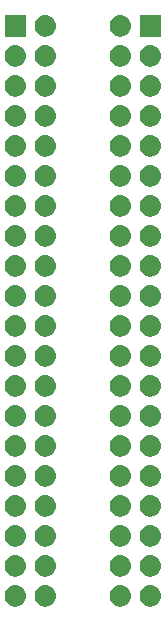
<source format=gbs>
G04 #@! TF.GenerationSoftware,KiCad,Pcbnew,(5.1.2)-2*
G04 #@! TF.CreationDate,2019-07-02T21:43:23+09:00*
G04 #@! TF.ProjectId,itg_uturn_adapter,6974675f-7574-4757-926e-5f6164617074,rev?*
G04 #@! TF.SameCoordinates,Original*
G04 #@! TF.FileFunction,Soldermask,Bot*
G04 #@! TF.FilePolarity,Negative*
%FSLAX46Y46*%
G04 Gerber Fmt 4.6, Leading zero omitted, Abs format (unit mm)*
G04 Created by KiCad (PCBNEW (5.1.2)-2) date 2019-07-02 21:43:23*
%MOMM*%
%LPD*%
G04 APERTURE LIST*
%ADD10C,0.100000*%
G04 APERTURE END LIST*
D10*
G36*
X102980443Y-112135519D02*
G01*
X103046627Y-112142037D01*
X103216466Y-112193557D01*
X103372991Y-112277222D01*
X103408729Y-112306552D01*
X103510186Y-112389814D01*
X103593448Y-112491271D01*
X103622778Y-112527009D01*
X103706443Y-112683534D01*
X103757963Y-112853373D01*
X103775359Y-113030000D01*
X103757963Y-113206627D01*
X103706443Y-113376466D01*
X103622778Y-113532991D01*
X103593448Y-113568729D01*
X103510186Y-113670186D01*
X103408729Y-113753448D01*
X103372991Y-113782778D01*
X103216466Y-113866443D01*
X103046627Y-113917963D01*
X102980443Y-113924481D01*
X102914260Y-113931000D01*
X102825740Y-113931000D01*
X102759557Y-113924481D01*
X102693373Y-113917963D01*
X102523534Y-113866443D01*
X102367009Y-113782778D01*
X102331271Y-113753448D01*
X102229814Y-113670186D01*
X102146552Y-113568729D01*
X102117222Y-113532991D01*
X102033557Y-113376466D01*
X101982037Y-113206627D01*
X101964641Y-113030000D01*
X101982037Y-112853373D01*
X102033557Y-112683534D01*
X102117222Y-112527009D01*
X102146552Y-112491271D01*
X102229814Y-112389814D01*
X102331271Y-112306552D01*
X102367009Y-112277222D01*
X102523534Y-112193557D01*
X102693373Y-112142037D01*
X102759557Y-112135519D01*
X102825740Y-112129000D01*
X102914260Y-112129000D01*
X102980443Y-112135519D01*
X102980443Y-112135519D01*
G37*
G36*
X94090443Y-112135519D02*
G01*
X94156627Y-112142037D01*
X94326466Y-112193557D01*
X94482991Y-112277222D01*
X94518729Y-112306552D01*
X94620186Y-112389814D01*
X94703448Y-112491271D01*
X94732778Y-112527009D01*
X94816443Y-112683534D01*
X94867963Y-112853373D01*
X94885359Y-113030000D01*
X94867963Y-113206627D01*
X94816443Y-113376466D01*
X94732778Y-113532991D01*
X94703448Y-113568729D01*
X94620186Y-113670186D01*
X94518729Y-113753448D01*
X94482991Y-113782778D01*
X94326466Y-113866443D01*
X94156627Y-113917963D01*
X94090443Y-113924481D01*
X94024260Y-113931000D01*
X93935740Y-113931000D01*
X93869557Y-113924481D01*
X93803373Y-113917963D01*
X93633534Y-113866443D01*
X93477009Y-113782778D01*
X93441271Y-113753448D01*
X93339814Y-113670186D01*
X93256552Y-113568729D01*
X93227222Y-113532991D01*
X93143557Y-113376466D01*
X93092037Y-113206627D01*
X93074641Y-113030000D01*
X93092037Y-112853373D01*
X93143557Y-112683534D01*
X93227222Y-112527009D01*
X93256552Y-112491271D01*
X93339814Y-112389814D01*
X93441271Y-112306552D01*
X93477009Y-112277222D01*
X93633534Y-112193557D01*
X93803373Y-112142037D01*
X93869557Y-112135519D01*
X93935740Y-112129000D01*
X94024260Y-112129000D01*
X94090443Y-112135519D01*
X94090443Y-112135519D01*
G37*
G36*
X91550443Y-112135519D02*
G01*
X91616627Y-112142037D01*
X91786466Y-112193557D01*
X91942991Y-112277222D01*
X91978729Y-112306552D01*
X92080186Y-112389814D01*
X92163448Y-112491271D01*
X92192778Y-112527009D01*
X92276443Y-112683534D01*
X92327963Y-112853373D01*
X92345359Y-113030000D01*
X92327963Y-113206627D01*
X92276443Y-113376466D01*
X92192778Y-113532991D01*
X92163448Y-113568729D01*
X92080186Y-113670186D01*
X91978729Y-113753448D01*
X91942991Y-113782778D01*
X91786466Y-113866443D01*
X91616627Y-113917963D01*
X91550443Y-113924481D01*
X91484260Y-113931000D01*
X91395740Y-113931000D01*
X91329557Y-113924481D01*
X91263373Y-113917963D01*
X91093534Y-113866443D01*
X90937009Y-113782778D01*
X90901271Y-113753448D01*
X90799814Y-113670186D01*
X90716552Y-113568729D01*
X90687222Y-113532991D01*
X90603557Y-113376466D01*
X90552037Y-113206627D01*
X90534641Y-113030000D01*
X90552037Y-112853373D01*
X90603557Y-112683534D01*
X90687222Y-112527009D01*
X90716552Y-112491271D01*
X90799814Y-112389814D01*
X90901271Y-112306552D01*
X90937009Y-112277222D01*
X91093534Y-112193557D01*
X91263373Y-112142037D01*
X91329557Y-112135519D01*
X91395740Y-112129000D01*
X91484260Y-112129000D01*
X91550443Y-112135519D01*
X91550443Y-112135519D01*
G37*
G36*
X100440443Y-112135519D02*
G01*
X100506627Y-112142037D01*
X100676466Y-112193557D01*
X100832991Y-112277222D01*
X100868729Y-112306552D01*
X100970186Y-112389814D01*
X101053448Y-112491271D01*
X101082778Y-112527009D01*
X101166443Y-112683534D01*
X101217963Y-112853373D01*
X101235359Y-113030000D01*
X101217963Y-113206627D01*
X101166443Y-113376466D01*
X101082778Y-113532991D01*
X101053448Y-113568729D01*
X100970186Y-113670186D01*
X100868729Y-113753448D01*
X100832991Y-113782778D01*
X100676466Y-113866443D01*
X100506627Y-113917963D01*
X100440443Y-113924481D01*
X100374260Y-113931000D01*
X100285740Y-113931000D01*
X100219557Y-113924481D01*
X100153373Y-113917963D01*
X99983534Y-113866443D01*
X99827009Y-113782778D01*
X99791271Y-113753448D01*
X99689814Y-113670186D01*
X99606552Y-113568729D01*
X99577222Y-113532991D01*
X99493557Y-113376466D01*
X99442037Y-113206627D01*
X99424641Y-113030000D01*
X99442037Y-112853373D01*
X99493557Y-112683534D01*
X99577222Y-112527009D01*
X99606552Y-112491271D01*
X99689814Y-112389814D01*
X99791271Y-112306552D01*
X99827009Y-112277222D01*
X99983534Y-112193557D01*
X100153373Y-112142037D01*
X100219557Y-112135519D01*
X100285740Y-112129000D01*
X100374260Y-112129000D01*
X100440443Y-112135519D01*
X100440443Y-112135519D01*
G37*
G36*
X94090442Y-109595518D02*
G01*
X94156627Y-109602037D01*
X94326466Y-109653557D01*
X94482991Y-109737222D01*
X94518729Y-109766552D01*
X94620186Y-109849814D01*
X94703448Y-109951271D01*
X94732778Y-109987009D01*
X94816443Y-110143534D01*
X94867963Y-110313373D01*
X94885359Y-110490000D01*
X94867963Y-110666627D01*
X94816443Y-110836466D01*
X94732778Y-110992991D01*
X94703448Y-111028729D01*
X94620186Y-111130186D01*
X94518729Y-111213448D01*
X94482991Y-111242778D01*
X94326466Y-111326443D01*
X94156627Y-111377963D01*
X94090443Y-111384481D01*
X94024260Y-111391000D01*
X93935740Y-111391000D01*
X93869557Y-111384481D01*
X93803373Y-111377963D01*
X93633534Y-111326443D01*
X93477009Y-111242778D01*
X93441271Y-111213448D01*
X93339814Y-111130186D01*
X93256552Y-111028729D01*
X93227222Y-110992991D01*
X93143557Y-110836466D01*
X93092037Y-110666627D01*
X93074641Y-110490000D01*
X93092037Y-110313373D01*
X93143557Y-110143534D01*
X93227222Y-109987009D01*
X93256552Y-109951271D01*
X93339814Y-109849814D01*
X93441271Y-109766552D01*
X93477009Y-109737222D01*
X93633534Y-109653557D01*
X93803373Y-109602037D01*
X93869558Y-109595518D01*
X93935740Y-109589000D01*
X94024260Y-109589000D01*
X94090442Y-109595518D01*
X94090442Y-109595518D01*
G37*
G36*
X100440442Y-109595518D02*
G01*
X100506627Y-109602037D01*
X100676466Y-109653557D01*
X100832991Y-109737222D01*
X100868729Y-109766552D01*
X100970186Y-109849814D01*
X101053448Y-109951271D01*
X101082778Y-109987009D01*
X101166443Y-110143534D01*
X101217963Y-110313373D01*
X101235359Y-110490000D01*
X101217963Y-110666627D01*
X101166443Y-110836466D01*
X101082778Y-110992991D01*
X101053448Y-111028729D01*
X100970186Y-111130186D01*
X100868729Y-111213448D01*
X100832991Y-111242778D01*
X100676466Y-111326443D01*
X100506627Y-111377963D01*
X100440443Y-111384481D01*
X100374260Y-111391000D01*
X100285740Y-111391000D01*
X100219557Y-111384481D01*
X100153373Y-111377963D01*
X99983534Y-111326443D01*
X99827009Y-111242778D01*
X99791271Y-111213448D01*
X99689814Y-111130186D01*
X99606552Y-111028729D01*
X99577222Y-110992991D01*
X99493557Y-110836466D01*
X99442037Y-110666627D01*
X99424641Y-110490000D01*
X99442037Y-110313373D01*
X99493557Y-110143534D01*
X99577222Y-109987009D01*
X99606552Y-109951271D01*
X99689814Y-109849814D01*
X99791271Y-109766552D01*
X99827009Y-109737222D01*
X99983534Y-109653557D01*
X100153373Y-109602037D01*
X100219558Y-109595518D01*
X100285740Y-109589000D01*
X100374260Y-109589000D01*
X100440442Y-109595518D01*
X100440442Y-109595518D01*
G37*
G36*
X102980442Y-109595518D02*
G01*
X103046627Y-109602037D01*
X103216466Y-109653557D01*
X103372991Y-109737222D01*
X103408729Y-109766552D01*
X103510186Y-109849814D01*
X103593448Y-109951271D01*
X103622778Y-109987009D01*
X103706443Y-110143534D01*
X103757963Y-110313373D01*
X103775359Y-110490000D01*
X103757963Y-110666627D01*
X103706443Y-110836466D01*
X103622778Y-110992991D01*
X103593448Y-111028729D01*
X103510186Y-111130186D01*
X103408729Y-111213448D01*
X103372991Y-111242778D01*
X103216466Y-111326443D01*
X103046627Y-111377963D01*
X102980443Y-111384481D01*
X102914260Y-111391000D01*
X102825740Y-111391000D01*
X102759557Y-111384481D01*
X102693373Y-111377963D01*
X102523534Y-111326443D01*
X102367009Y-111242778D01*
X102331271Y-111213448D01*
X102229814Y-111130186D01*
X102146552Y-111028729D01*
X102117222Y-110992991D01*
X102033557Y-110836466D01*
X101982037Y-110666627D01*
X101964641Y-110490000D01*
X101982037Y-110313373D01*
X102033557Y-110143534D01*
X102117222Y-109987009D01*
X102146552Y-109951271D01*
X102229814Y-109849814D01*
X102331271Y-109766552D01*
X102367009Y-109737222D01*
X102523534Y-109653557D01*
X102693373Y-109602037D01*
X102759558Y-109595518D01*
X102825740Y-109589000D01*
X102914260Y-109589000D01*
X102980442Y-109595518D01*
X102980442Y-109595518D01*
G37*
G36*
X91550442Y-109595518D02*
G01*
X91616627Y-109602037D01*
X91786466Y-109653557D01*
X91942991Y-109737222D01*
X91978729Y-109766552D01*
X92080186Y-109849814D01*
X92163448Y-109951271D01*
X92192778Y-109987009D01*
X92276443Y-110143534D01*
X92327963Y-110313373D01*
X92345359Y-110490000D01*
X92327963Y-110666627D01*
X92276443Y-110836466D01*
X92192778Y-110992991D01*
X92163448Y-111028729D01*
X92080186Y-111130186D01*
X91978729Y-111213448D01*
X91942991Y-111242778D01*
X91786466Y-111326443D01*
X91616627Y-111377963D01*
X91550443Y-111384481D01*
X91484260Y-111391000D01*
X91395740Y-111391000D01*
X91329557Y-111384481D01*
X91263373Y-111377963D01*
X91093534Y-111326443D01*
X90937009Y-111242778D01*
X90901271Y-111213448D01*
X90799814Y-111130186D01*
X90716552Y-111028729D01*
X90687222Y-110992991D01*
X90603557Y-110836466D01*
X90552037Y-110666627D01*
X90534641Y-110490000D01*
X90552037Y-110313373D01*
X90603557Y-110143534D01*
X90687222Y-109987009D01*
X90716552Y-109951271D01*
X90799814Y-109849814D01*
X90901271Y-109766552D01*
X90937009Y-109737222D01*
X91093534Y-109653557D01*
X91263373Y-109602037D01*
X91329558Y-109595518D01*
X91395740Y-109589000D01*
X91484260Y-109589000D01*
X91550442Y-109595518D01*
X91550442Y-109595518D01*
G37*
G36*
X91550442Y-107055518D02*
G01*
X91616627Y-107062037D01*
X91786466Y-107113557D01*
X91942991Y-107197222D01*
X91978729Y-107226552D01*
X92080186Y-107309814D01*
X92163448Y-107411271D01*
X92192778Y-107447009D01*
X92276443Y-107603534D01*
X92327963Y-107773373D01*
X92345359Y-107950000D01*
X92327963Y-108126627D01*
X92276443Y-108296466D01*
X92192778Y-108452991D01*
X92163448Y-108488729D01*
X92080186Y-108590186D01*
X91978729Y-108673448D01*
X91942991Y-108702778D01*
X91786466Y-108786443D01*
X91616627Y-108837963D01*
X91550442Y-108844482D01*
X91484260Y-108851000D01*
X91395740Y-108851000D01*
X91329558Y-108844482D01*
X91263373Y-108837963D01*
X91093534Y-108786443D01*
X90937009Y-108702778D01*
X90901271Y-108673448D01*
X90799814Y-108590186D01*
X90716552Y-108488729D01*
X90687222Y-108452991D01*
X90603557Y-108296466D01*
X90552037Y-108126627D01*
X90534641Y-107950000D01*
X90552037Y-107773373D01*
X90603557Y-107603534D01*
X90687222Y-107447009D01*
X90716552Y-107411271D01*
X90799814Y-107309814D01*
X90901271Y-107226552D01*
X90937009Y-107197222D01*
X91093534Y-107113557D01*
X91263373Y-107062037D01*
X91329558Y-107055518D01*
X91395740Y-107049000D01*
X91484260Y-107049000D01*
X91550442Y-107055518D01*
X91550442Y-107055518D01*
G37*
G36*
X94090442Y-107055518D02*
G01*
X94156627Y-107062037D01*
X94326466Y-107113557D01*
X94482991Y-107197222D01*
X94518729Y-107226552D01*
X94620186Y-107309814D01*
X94703448Y-107411271D01*
X94732778Y-107447009D01*
X94816443Y-107603534D01*
X94867963Y-107773373D01*
X94885359Y-107950000D01*
X94867963Y-108126627D01*
X94816443Y-108296466D01*
X94732778Y-108452991D01*
X94703448Y-108488729D01*
X94620186Y-108590186D01*
X94518729Y-108673448D01*
X94482991Y-108702778D01*
X94326466Y-108786443D01*
X94156627Y-108837963D01*
X94090442Y-108844482D01*
X94024260Y-108851000D01*
X93935740Y-108851000D01*
X93869558Y-108844482D01*
X93803373Y-108837963D01*
X93633534Y-108786443D01*
X93477009Y-108702778D01*
X93441271Y-108673448D01*
X93339814Y-108590186D01*
X93256552Y-108488729D01*
X93227222Y-108452991D01*
X93143557Y-108296466D01*
X93092037Y-108126627D01*
X93074641Y-107950000D01*
X93092037Y-107773373D01*
X93143557Y-107603534D01*
X93227222Y-107447009D01*
X93256552Y-107411271D01*
X93339814Y-107309814D01*
X93441271Y-107226552D01*
X93477009Y-107197222D01*
X93633534Y-107113557D01*
X93803373Y-107062037D01*
X93869558Y-107055518D01*
X93935740Y-107049000D01*
X94024260Y-107049000D01*
X94090442Y-107055518D01*
X94090442Y-107055518D01*
G37*
G36*
X100440442Y-107055518D02*
G01*
X100506627Y-107062037D01*
X100676466Y-107113557D01*
X100832991Y-107197222D01*
X100868729Y-107226552D01*
X100970186Y-107309814D01*
X101053448Y-107411271D01*
X101082778Y-107447009D01*
X101166443Y-107603534D01*
X101217963Y-107773373D01*
X101235359Y-107950000D01*
X101217963Y-108126627D01*
X101166443Y-108296466D01*
X101082778Y-108452991D01*
X101053448Y-108488729D01*
X100970186Y-108590186D01*
X100868729Y-108673448D01*
X100832991Y-108702778D01*
X100676466Y-108786443D01*
X100506627Y-108837963D01*
X100440442Y-108844482D01*
X100374260Y-108851000D01*
X100285740Y-108851000D01*
X100219558Y-108844482D01*
X100153373Y-108837963D01*
X99983534Y-108786443D01*
X99827009Y-108702778D01*
X99791271Y-108673448D01*
X99689814Y-108590186D01*
X99606552Y-108488729D01*
X99577222Y-108452991D01*
X99493557Y-108296466D01*
X99442037Y-108126627D01*
X99424641Y-107950000D01*
X99442037Y-107773373D01*
X99493557Y-107603534D01*
X99577222Y-107447009D01*
X99606552Y-107411271D01*
X99689814Y-107309814D01*
X99791271Y-107226552D01*
X99827009Y-107197222D01*
X99983534Y-107113557D01*
X100153373Y-107062037D01*
X100219558Y-107055518D01*
X100285740Y-107049000D01*
X100374260Y-107049000D01*
X100440442Y-107055518D01*
X100440442Y-107055518D01*
G37*
G36*
X102980442Y-107055518D02*
G01*
X103046627Y-107062037D01*
X103216466Y-107113557D01*
X103372991Y-107197222D01*
X103408729Y-107226552D01*
X103510186Y-107309814D01*
X103593448Y-107411271D01*
X103622778Y-107447009D01*
X103706443Y-107603534D01*
X103757963Y-107773373D01*
X103775359Y-107950000D01*
X103757963Y-108126627D01*
X103706443Y-108296466D01*
X103622778Y-108452991D01*
X103593448Y-108488729D01*
X103510186Y-108590186D01*
X103408729Y-108673448D01*
X103372991Y-108702778D01*
X103216466Y-108786443D01*
X103046627Y-108837963D01*
X102980442Y-108844482D01*
X102914260Y-108851000D01*
X102825740Y-108851000D01*
X102759558Y-108844482D01*
X102693373Y-108837963D01*
X102523534Y-108786443D01*
X102367009Y-108702778D01*
X102331271Y-108673448D01*
X102229814Y-108590186D01*
X102146552Y-108488729D01*
X102117222Y-108452991D01*
X102033557Y-108296466D01*
X101982037Y-108126627D01*
X101964641Y-107950000D01*
X101982037Y-107773373D01*
X102033557Y-107603534D01*
X102117222Y-107447009D01*
X102146552Y-107411271D01*
X102229814Y-107309814D01*
X102331271Y-107226552D01*
X102367009Y-107197222D01*
X102523534Y-107113557D01*
X102693373Y-107062037D01*
X102759558Y-107055518D01*
X102825740Y-107049000D01*
X102914260Y-107049000D01*
X102980442Y-107055518D01*
X102980442Y-107055518D01*
G37*
G36*
X91550443Y-104515519D02*
G01*
X91616627Y-104522037D01*
X91786466Y-104573557D01*
X91942991Y-104657222D01*
X91978729Y-104686552D01*
X92080186Y-104769814D01*
X92163448Y-104871271D01*
X92192778Y-104907009D01*
X92276443Y-105063534D01*
X92327963Y-105233373D01*
X92345359Y-105410000D01*
X92327963Y-105586627D01*
X92276443Y-105756466D01*
X92192778Y-105912991D01*
X92163448Y-105948729D01*
X92080186Y-106050186D01*
X91978729Y-106133448D01*
X91942991Y-106162778D01*
X91786466Y-106246443D01*
X91616627Y-106297963D01*
X91550442Y-106304482D01*
X91484260Y-106311000D01*
X91395740Y-106311000D01*
X91329558Y-106304482D01*
X91263373Y-106297963D01*
X91093534Y-106246443D01*
X90937009Y-106162778D01*
X90901271Y-106133448D01*
X90799814Y-106050186D01*
X90716552Y-105948729D01*
X90687222Y-105912991D01*
X90603557Y-105756466D01*
X90552037Y-105586627D01*
X90534641Y-105410000D01*
X90552037Y-105233373D01*
X90603557Y-105063534D01*
X90687222Y-104907009D01*
X90716552Y-104871271D01*
X90799814Y-104769814D01*
X90901271Y-104686552D01*
X90937009Y-104657222D01*
X91093534Y-104573557D01*
X91263373Y-104522037D01*
X91329557Y-104515519D01*
X91395740Y-104509000D01*
X91484260Y-104509000D01*
X91550443Y-104515519D01*
X91550443Y-104515519D01*
G37*
G36*
X94090443Y-104515519D02*
G01*
X94156627Y-104522037D01*
X94326466Y-104573557D01*
X94482991Y-104657222D01*
X94518729Y-104686552D01*
X94620186Y-104769814D01*
X94703448Y-104871271D01*
X94732778Y-104907009D01*
X94816443Y-105063534D01*
X94867963Y-105233373D01*
X94885359Y-105410000D01*
X94867963Y-105586627D01*
X94816443Y-105756466D01*
X94732778Y-105912991D01*
X94703448Y-105948729D01*
X94620186Y-106050186D01*
X94518729Y-106133448D01*
X94482991Y-106162778D01*
X94326466Y-106246443D01*
X94156627Y-106297963D01*
X94090442Y-106304482D01*
X94024260Y-106311000D01*
X93935740Y-106311000D01*
X93869558Y-106304482D01*
X93803373Y-106297963D01*
X93633534Y-106246443D01*
X93477009Y-106162778D01*
X93441271Y-106133448D01*
X93339814Y-106050186D01*
X93256552Y-105948729D01*
X93227222Y-105912991D01*
X93143557Y-105756466D01*
X93092037Y-105586627D01*
X93074641Y-105410000D01*
X93092037Y-105233373D01*
X93143557Y-105063534D01*
X93227222Y-104907009D01*
X93256552Y-104871271D01*
X93339814Y-104769814D01*
X93441271Y-104686552D01*
X93477009Y-104657222D01*
X93633534Y-104573557D01*
X93803373Y-104522037D01*
X93869557Y-104515519D01*
X93935740Y-104509000D01*
X94024260Y-104509000D01*
X94090443Y-104515519D01*
X94090443Y-104515519D01*
G37*
G36*
X100440443Y-104515519D02*
G01*
X100506627Y-104522037D01*
X100676466Y-104573557D01*
X100832991Y-104657222D01*
X100868729Y-104686552D01*
X100970186Y-104769814D01*
X101053448Y-104871271D01*
X101082778Y-104907009D01*
X101166443Y-105063534D01*
X101217963Y-105233373D01*
X101235359Y-105410000D01*
X101217963Y-105586627D01*
X101166443Y-105756466D01*
X101082778Y-105912991D01*
X101053448Y-105948729D01*
X100970186Y-106050186D01*
X100868729Y-106133448D01*
X100832991Y-106162778D01*
X100676466Y-106246443D01*
X100506627Y-106297963D01*
X100440442Y-106304482D01*
X100374260Y-106311000D01*
X100285740Y-106311000D01*
X100219558Y-106304482D01*
X100153373Y-106297963D01*
X99983534Y-106246443D01*
X99827009Y-106162778D01*
X99791271Y-106133448D01*
X99689814Y-106050186D01*
X99606552Y-105948729D01*
X99577222Y-105912991D01*
X99493557Y-105756466D01*
X99442037Y-105586627D01*
X99424641Y-105410000D01*
X99442037Y-105233373D01*
X99493557Y-105063534D01*
X99577222Y-104907009D01*
X99606552Y-104871271D01*
X99689814Y-104769814D01*
X99791271Y-104686552D01*
X99827009Y-104657222D01*
X99983534Y-104573557D01*
X100153373Y-104522037D01*
X100219557Y-104515519D01*
X100285740Y-104509000D01*
X100374260Y-104509000D01*
X100440443Y-104515519D01*
X100440443Y-104515519D01*
G37*
G36*
X102980443Y-104515519D02*
G01*
X103046627Y-104522037D01*
X103216466Y-104573557D01*
X103372991Y-104657222D01*
X103408729Y-104686552D01*
X103510186Y-104769814D01*
X103593448Y-104871271D01*
X103622778Y-104907009D01*
X103706443Y-105063534D01*
X103757963Y-105233373D01*
X103775359Y-105410000D01*
X103757963Y-105586627D01*
X103706443Y-105756466D01*
X103622778Y-105912991D01*
X103593448Y-105948729D01*
X103510186Y-106050186D01*
X103408729Y-106133448D01*
X103372991Y-106162778D01*
X103216466Y-106246443D01*
X103046627Y-106297963D01*
X102980442Y-106304482D01*
X102914260Y-106311000D01*
X102825740Y-106311000D01*
X102759558Y-106304482D01*
X102693373Y-106297963D01*
X102523534Y-106246443D01*
X102367009Y-106162778D01*
X102331271Y-106133448D01*
X102229814Y-106050186D01*
X102146552Y-105948729D01*
X102117222Y-105912991D01*
X102033557Y-105756466D01*
X101982037Y-105586627D01*
X101964641Y-105410000D01*
X101982037Y-105233373D01*
X102033557Y-105063534D01*
X102117222Y-104907009D01*
X102146552Y-104871271D01*
X102229814Y-104769814D01*
X102331271Y-104686552D01*
X102367009Y-104657222D01*
X102523534Y-104573557D01*
X102693373Y-104522037D01*
X102759557Y-104515519D01*
X102825740Y-104509000D01*
X102914260Y-104509000D01*
X102980443Y-104515519D01*
X102980443Y-104515519D01*
G37*
G36*
X94090442Y-101975518D02*
G01*
X94156627Y-101982037D01*
X94326466Y-102033557D01*
X94482991Y-102117222D01*
X94518729Y-102146552D01*
X94620186Y-102229814D01*
X94703448Y-102331271D01*
X94732778Y-102367009D01*
X94816443Y-102523534D01*
X94867963Y-102693373D01*
X94885359Y-102870000D01*
X94867963Y-103046627D01*
X94816443Y-103216466D01*
X94732778Y-103372991D01*
X94703448Y-103408729D01*
X94620186Y-103510186D01*
X94518729Y-103593448D01*
X94482991Y-103622778D01*
X94326466Y-103706443D01*
X94156627Y-103757963D01*
X94090443Y-103764481D01*
X94024260Y-103771000D01*
X93935740Y-103771000D01*
X93869557Y-103764481D01*
X93803373Y-103757963D01*
X93633534Y-103706443D01*
X93477009Y-103622778D01*
X93441271Y-103593448D01*
X93339814Y-103510186D01*
X93256552Y-103408729D01*
X93227222Y-103372991D01*
X93143557Y-103216466D01*
X93092037Y-103046627D01*
X93074641Y-102870000D01*
X93092037Y-102693373D01*
X93143557Y-102523534D01*
X93227222Y-102367009D01*
X93256552Y-102331271D01*
X93339814Y-102229814D01*
X93441271Y-102146552D01*
X93477009Y-102117222D01*
X93633534Y-102033557D01*
X93803373Y-101982037D01*
X93869558Y-101975518D01*
X93935740Y-101969000D01*
X94024260Y-101969000D01*
X94090442Y-101975518D01*
X94090442Y-101975518D01*
G37*
G36*
X91550442Y-101975518D02*
G01*
X91616627Y-101982037D01*
X91786466Y-102033557D01*
X91942991Y-102117222D01*
X91978729Y-102146552D01*
X92080186Y-102229814D01*
X92163448Y-102331271D01*
X92192778Y-102367009D01*
X92276443Y-102523534D01*
X92327963Y-102693373D01*
X92345359Y-102870000D01*
X92327963Y-103046627D01*
X92276443Y-103216466D01*
X92192778Y-103372991D01*
X92163448Y-103408729D01*
X92080186Y-103510186D01*
X91978729Y-103593448D01*
X91942991Y-103622778D01*
X91786466Y-103706443D01*
X91616627Y-103757963D01*
X91550443Y-103764481D01*
X91484260Y-103771000D01*
X91395740Y-103771000D01*
X91329557Y-103764481D01*
X91263373Y-103757963D01*
X91093534Y-103706443D01*
X90937009Y-103622778D01*
X90901271Y-103593448D01*
X90799814Y-103510186D01*
X90716552Y-103408729D01*
X90687222Y-103372991D01*
X90603557Y-103216466D01*
X90552037Y-103046627D01*
X90534641Y-102870000D01*
X90552037Y-102693373D01*
X90603557Y-102523534D01*
X90687222Y-102367009D01*
X90716552Y-102331271D01*
X90799814Y-102229814D01*
X90901271Y-102146552D01*
X90937009Y-102117222D01*
X91093534Y-102033557D01*
X91263373Y-101982037D01*
X91329558Y-101975518D01*
X91395740Y-101969000D01*
X91484260Y-101969000D01*
X91550442Y-101975518D01*
X91550442Y-101975518D01*
G37*
G36*
X102980442Y-101975518D02*
G01*
X103046627Y-101982037D01*
X103216466Y-102033557D01*
X103372991Y-102117222D01*
X103408729Y-102146552D01*
X103510186Y-102229814D01*
X103593448Y-102331271D01*
X103622778Y-102367009D01*
X103706443Y-102523534D01*
X103757963Y-102693373D01*
X103775359Y-102870000D01*
X103757963Y-103046627D01*
X103706443Y-103216466D01*
X103622778Y-103372991D01*
X103593448Y-103408729D01*
X103510186Y-103510186D01*
X103408729Y-103593448D01*
X103372991Y-103622778D01*
X103216466Y-103706443D01*
X103046627Y-103757963D01*
X102980443Y-103764481D01*
X102914260Y-103771000D01*
X102825740Y-103771000D01*
X102759557Y-103764481D01*
X102693373Y-103757963D01*
X102523534Y-103706443D01*
X102367009Y-103622778D01*
X102331271Y-103593448D01*
X102229814Y-103510186D01*
X102146552Y-103408729D01*
X102117222Y-103372991D01*
X102033557Y-103216466D01*
X101982037Y-103046627D01*
X101964641Y-102870000D01*
X101982037Y-102693373D01*
X102033557Y-102523534D01*
X102117222Y-102367009D01*
X102146552Y-102331271D01*
X102229814Y-102229814D01*
X102331271Y-102146552D01*
X102367009Y-102117222D01*
X102523534Y-102033557D01*
X102693373Y-101982037D01*
X102759558Y-101975518D01*
X102825740Y-101969000D01*
X102914260Y-101969000D01*
X102980442Y-101975518D01*
X102980442Y-101975518D01*
G37*
G36*
X100440442Y-101975518D02*
G01*
X100506627Y-101982037D01*
X100676466Y-102033557D01*
X100832991Y-102117222D01*
X100868729Y-102146552D01*
X100970186Y-102229814D01*
X101053448Y-102331271D01*
X101082778Y-102367009D01*
X101166443Y-102523534D01*
X101217963Y-102693373D01*
X101235359Y-102870000D01*
X101217963Y-103046627D01*
X101166443Y-103216466D01*
X101082778Y-103372991D01*
X101053448Y-103408729D01*
X100970186Y-103510186D01*
X100868729Y-103593448D01*
X100832991Y-103622778D01*
X100676466Y-103706443D01*
X100506627Y-103757963D01*
X100440443Y-103764481D01*
X100374260Y-103771000D01*
X100285740Y-103771000D01*
X100219557Y-103764481D01*
X100153373Y-103757963D01*
X99983534Y-103706443D01*
X99827009Y-103622778D01*
X99791271Y-103593448D01*
X99689814Y-103510186D01*
X99606552Y-103408729D01*
X99577222Y-103372991D01*
X99493557Y-103216466D01*
X99442037Y-103046627D01*
X99424641Y-102870000D01*
X99442037Y-102693373D01*
X99493557Y-102523534D01*
X99577222Y-102367009D01*
X99606552Y-102331271D01*
X99689814Y-102229814D01*
X99791271Y-102146552D01*
X99827009Y-102117222D01*
X99983534Y-102033557D01*
X100153373Y-101982037D01*
X100219558Y-101975518D01*
X100285740Y-101969000D01*
X100374260Y-101969000D01*
X100440442Y-101975518D01*
X100440442Y-101975518D01*
G37*
G36*
X100440443Y-99435519D02*
G01*
X100506627Y-99442037D01*
X100676466Y-99493557D01*
X100832991Y-99577222D01*
X100868729Y-99606552D01*
X100970186Y-99689814D01*
X101053448Y-99791271D01*
X101082778Y-99827009D01*
X101166443Y-99983534D01*
X101217963Y-100153373D01*
X101235359Y-100330000D01*
X101217963Y-100506627D01*
X101166443Y-100676466D01*
X101082778Y-100832991D01*
X101053448Y-100868729D01*
X100970186Y-100970186D01*
X100868729Y-101053448D01*
X100832991Y-101082778D01*
X100676466Y-101166443D01*
X100506627Y-101217963D01*
X100440443Y-101224481D01*
X100374260Y-101231000D01*
X100285740Y-101231000D01*
X100219558Y-101224482D01*
X100153373Y-101217963D01*
X99983534Y-101166443D01*
X99827009Y-101082778D01*
X99791271Y-101053448D01*
X99689814Y-100970186D01*
X99606552Y-100868729D01*
X99577222Y-100832991D01*
X99493557Y-100676466D01*
X99442037Y-100506627D01*
X99424641Y-100330000D01*
X99442037Y-100153373D01*
X99493557Y-99983534D01*
X99577222Y-99827009D01*
X99606552Y-99791271D01*
X99689814Y-99689814D01*
X99791271Y-99606552D01*
X99827009Y-99577222D01*
X99983534Y-99493557D01*
X100153373Y-99442037D01*
X100219558Y-99435518D01*
X100285740Y-99429000D01*
X100374260Y-99429000D01*
X100440443Y-99435519D01*
X100440443Y-99435519D01*
G37*
G36*
X91550443Y-99435519D02*
G01*
X91616627Y-99442037D01*
X91786466Y-99493557D01*
X91942991Y-99577222D01*
X91978729Y-99606552D01*
X92080186Y-99689814D01*
X92163448Y-99791271D01*
X92192778Y-99827009D01*
X92276443Y-99983534D01*
X92327963Y-100153373D01*
X92345359Y-100330000D01*
X92327963Y-100506627D01*
X92276443Y-100676466D01*
X92192778Y-100832991D01*
X92163448Y-100868729D01*
X92080186Y-100970186D01*
X91978729Y-101053448D01*
X91942991Y-101082778D01*
X91786466Y-101166443D01*
X91616627Y-101217963D01*
X91550443Y-101224481D01*
X91484260Y-101231000D01*
X91395740Y-101231000D01*
X91329558Y-101224482D01*
X91263373Y-101217963D01*
X91093534Y-101166443D01*
X90937009Y-101082778D01*
X90901271Y-101053448D01*
X90799814Y-100970186D01*
X90716552Y-100868729D01*
X90687222Y-100832991D01*
X90603557Y-100676466D01*
X90552037Y-100506627D01*
X90534641Y-100330000D01*
X90552037Y-100153373D01*
X90603557Y-99983534D01*
X90687222Y-99827009D01*
X90716552Y-99791271D01*
X90799814Y-99689814D01*
X90901271Y-99606552D01*
X90937009Y-99577222D01*
X91093534Y-99493557D01*
X91263373Y-99442037D01*
X91329558Y-99435518D01*
X91395740Y-99429000D01*
X91484260Y-99429000D01*
X91550443Y-99435519D01*
X91550443Y-99435519D01*
G37*
G36*
X94090443Y-99435519D02*
G01*
X94156627Y-99442037D01*
X94326466Y-99493557D01*
X94482991Y-99577222D01*
X94518729Y-99606552D01*
X94620186Y-99689814D01*
X94703448Y-99791271D01*
X94732778Y-99827009D01*
X94816443Y-99983534D01*
X94867963Y-100153373D01*
X94885359Y-100330000D01*
X94867963Y-100506627D01*
X94816443Y-100676466D01*
X94732778Y-100832991D01*
X94703448Y-100868729D01*
X94620186Y-100970186D01*
X94518729Y-101053448D01*
X94482991Y-101082778D01*
X94326466Y-101166443D01*
X94156627Y-101217963D01*
X94090443Y-101224481D01*
X94024260Y-101231000D01*
X93935740Y-101231000D01*
X93869558Y-101224482D01*
X93803373Y-101217963D01*
X93633534Y-101166443D01*
X93477009Y-101082778D01*
X93441271Y-101053448D01*
X93339814Y-100970186D01*
X93256552Y-100868729D01*
X93227222Y-100832991D01*
X93143557Y-100676466D01*
X93092037Y-100506627D01*
X93074641Y-100330000D01*
X93092037Y-100153373D01*
X93143557Y-99983534D01*
X93227222Y-99827009D01*
X93256552Y-99791271D01*
X93339814Y-99689814D01*
X93441271Y-99606552D01*
X93477009Y-99577222D01*
X93633534Y-99493557D01*
X93803373Y-99442037D01*
X93869558Y-99435518D01*
X93935740Y-99429000D01*
X94024260Y-99429000D01*
X94090443Y-99435519D01*
X94090443Y-99435519D01*
G37*
G36*
X102980443Y-99435519D02*
G01*
X103046627Y-99442037D01*
X103216466Y-99493557D01*
X103372991Y-99577222D01*
X103408729Y-99606552D01*
X103510186Y-99689814D01*
X103593448Y-99791271D01*
X103622778Y-99827009D01*
X103706443Y-99983534D01*
X103757963Y-100153373D01*
X103775359Y-100330000D01*
X103757963Y-100506627D01*
X103706443Y-100676466D01*
X103622778Y-100832991D01*
X103593448Y-100868729D01*
X103510186Y-100970186D01*
X103408729Y-101053448D01*
X103372991Y-101082778D01*
X103216466Y-101166443D01*
X103046627Y-101217963D01*
X102980443Y-101224481D01*
X102914260Y-101231000D01*
X102825740Y-101231000D01*
X102759558Y-101224482D01*
X102693373Y-101217963D01*
X102523534Y-101166443D01*
X102367009Y-101082778D01*
X102331271Y-101053448D01*
X102229814Y-100970186D01*
X102146552Y-100868729D01*
X102117222Y-100832991D01*
X102033557Y-100676466D01*
X101982037Y-100506627D01*
X101964641Y-100330000D01*
X101982037Y-100153373D01*
X102033557Y-99983534D01*
X102117222Y-99827009D01*
X102146552Y-99791271D01*
X102229814Y-99689814D01*
X102331271Y-99606552D01*
X102367009Y-99577222D01*
X102523534Y-99493557D01*
X102693373Y-99442037D01*
X102759558Y-99435518D01*
X102825740Y-99429000D01*
X102914260Y-99429000D01*
X102980443Y-99435519D01*
X102980443Y-99435519D01*
G37*
G36*
X91550442Y-96895518D02*
G01*
X91616627Y-96902037D01*
X91786466Y-96953557D01*
X91942991Y-97037222D01*
X91978729Y-97066552D01*
X92080186Y-97149814D01*
X92163448Y-97251271D01*
X92192778Y-97287009D01*
X92276443Y-97443534D01*
X92327963Y-97613373D01*
X92345359Y-97790000D01*
X92327963Y-97966627D01*
X92276443Y-98136466D01*
X92192778Y-98292991D01*
X92163448Y-98328729D01*
X92080186Y-98430186D01*
X91978729Y-98513448D01*
X91942991Y-98542778D01*
X91786466Y-98626443D01*
X91616627Y-98677963D01*
X91550442Y-98684482D01*
X91484260Y-98691000D01*
X91395740Y-98691000D01*
X91329558Y-98684482D01*
X91263373Y-98677963D01*
X91093534Y-98626443D01*
X90937009Y-98542778D01*
X90901271Y-98513448D01*
X90799814Y-98430186D01*
X90716552Y-98328729D01*
X90687222Y-98292991D01*
X90603557Y-98136466D01*
X90552037Y-97966627D01*
X90534641Y-97790000D01*
X90552037Y-97613373D01*
X90603557Y-97443534D01*
X90687222Y-97287009D01*
X90716552Y-97251271D01*
X90799814Y-97149814D01*
X90901271Y-97066552D01*
X90937009Y-97037222D01*
X91093534Y-96953557D01*
X91263373Y-96902037D01*
X91329558Y-96895518D01*
X91395740Y-96889000D01*
X91484260Y-96889000D01*
X91550442Y-96895518D01*
X91550442Y-96895518D01*
G37*
G36*
X94090442Y-96895518D02*
G01*
X94156627Y-96902037D01*
X94326466Y-96953557D01*
X94482991Y-97037222D01*
X94518729Y-97066552D01*
X94620186Y-97149814D01*
X94703448Y-97251271D01*
X94732778Y-97287009D01*
X94816443Y-97443534D01*
X94867963Y-97613373D01*
X94885359Y-97790000D01*
X94867963Y-97966627D01*
X94816443Y-98136466D01*
X94732778Y-98292991D01*
X94703448Y-98328729D01*
X94620186Y-98430186D01*
X94518729Y-98513448D01*
X94482991Y-98542778D01*
X94326466Y-98626443D01*
X94156627Y-98677963D01*
X94090442Y-98684482D01*
X94024260Y-98691000D01*
X93935740Y-98691000D01*
X93869558Y-98684482D01*
X93803373Y-98677963D01*
X93633534Y-98626443D01*
X93477009Y-98542778D01*
X93441271Y-98513448D01*
X93339814Y-98430186D01*
X93256552Y-98328729D01*
X93227222Y-98292991D01*
X93143557Y-98136466D01*
X93092037Y-97966627D01*
X93074641Y-97790000D01*
X93092037Y-97613373D01*
X93143557Y-97443534D01*
X93227222Y-97287009D01*
X93256552Y-97251271D01*
X93339814Y-97149814D01*
X93441271Y-97066552D01*
X93477009Y-97037222D01*
X93633534Y-96953557D01*
X93803373Y-96902037D01*
X93869558Y-96895518D01*
X93935740Y-96889000D01*
X94024260Y-96889000D01*
X94090442Y-96895518D01*
X94090442Y-96895518D01*
G37*
G36*
X102980442Y-96895518D02*
G01*
X103046627Y-96902037D01*
X103216466Y-96953557D01*
X103372991Y-97037222D01*
X103408729Y-97066552D01*
X103510186Y-97149814D01*
X103593448Y-97251271D01*
X103622778Y-97287009D01*
X103706443Y-97443534D01*
X103757963Y-97613373D01*
X103775359Y-97790000D01*
X103757963Y-97966627D01*
X103706443Y-98136466D01*
X103622778Y-98292991D01*
X103593448Y-98328729D01*
X103510186Y-98430186D01*
X103408729Y-98513448D01*
X103372991Y-98542778D01*
X103216466Y-98626443D01*
X103046627Y-98677963D01*
X102980442Y-98684482D01*
X102914260Y-98691000D01*
X102825740Y-98691000D01*
X102759558Y-98684482D01*
X102693373Y-98677963D01*
X102523534Y-98626443D01*
X102367009Y-98542778D01*
X102331271Y-98513448D01*
X102229814Y-98430186D01*
X102146552Y-98328729D01*
X102117222Y-98292991D01*
X102033557Y-98136466D01*
X101982037Y-97966627D01*
X101964641Y-97790000D01*
X101982037Y-97613373D01*
X102033557Y-97443534D01*
X102117222Y-97287009D01*
X102146552Y-97251271D01*
X102229814Y-97149814D01*
X102331271Y-97066552D01*
X102367009Y-97037222D01*
X102523534Y-96953557D01*
X102693373Y-96902037D01*
X102759558Y-96895518D01*
X102825740Y-96889000D01*
X102914260Y-96889000D01*
X102980442Y-96895518D01*
X102980442Y-96895518D01*
G37*
G36*
X100440442Y-96895518D02*
G01*
X100506627Y-96902037D01*
X100676466Y-96953557D01*
X100832991Y-97037222D01*
X100868729Y-97066552D01*
X100970186Y-97149814D01*
X101053448Y-97251271D01*
X101082778Y-97287009D01*
X101166443Y-97443534D01*
X101217963Y-97613373D01*
X101235359Y-97790000D01*
X101217963Y-97966627D01*
X101166443Y-98136466D01*
X101082778Y-98292991D01*
X101053448Y-98328729D01*
X100970186Y-98430186D01*
X100868729Y-98513448D01*
X100832991Y-98542778D01*
X100676466Y-98626443D01*
X100506627Y-98677963D01*
X100440442Y-98684482D01*
X100374260Y-98691000D01*
X100285740Y-98691000D01*
X100219558Y-98684482D01*
X100153373Y-98677963D01*
X99983534Y-98626443D01*
X99827009Y-98542778D01*
X99791271Y-98513448D01*
X99689814Y-98430186D01*
X99606552Y-98328729D01*
X99577222Y-98292991D01*
X99493557Y-98136466D01*
X99442037Y-97966627D01*
X99424641Y-97790000D01*
X99442037Y-97613373D01*
X99493557Y-97443534D01*
X99577222Y-97287009D01*
X99606552Y-97251271D01*
X99689814Y-97149814D01*
X99791271Y-97066552D01*
X99827009Y-97037222D01*
X99983534Y-96953557D01*
X100153373Y-96902037D01*
X100219558Y-96895518D01*
X100285740Y-96889000D01*
X100374260Y-96889000D01*
X100440442Y-96895518D01*
X100440442Y-96895518D01*
G37*
G36*
X94090442Y-94355518D02*
G01*
X94156627Y-94362037D01*
X94326466Y-94413557D01*
X94482991Y-94497222D01*
X94518729Y-94526552D01*
X94620186Y-94609814D01*
X94703448Y-94711271D01*
X94732778Y-94747009D01*
X94816443Y-94903534D01*
X94867963Y-95073373D01*
X94885359Y-95250000D01*
X94867963Y-95426627D01*
X94816443Y-95596466D01*
X94732778Y-95752991D01*
X94703448Y-95788729D01*
X94620186Y-95890186D01*
X94518729Y-95973448D01*
X94482991Y-96002778D01*
X94326466Y-96086443D01*
X94156627Y-96137963D01*
X94090442Y-96144482D01*
X94024260Y-96151000D01*
X93935740Y-96151000D01*
X93869558Y-96144482D01*
X93803373Y-96137963D01*
X93633534Y-96086443D01*
X93477009Y-96002778D01*
X93441271Y-95973448D01*
X93339814Y-95890186D01*
X93256552Y-95788729D01*
X93227222Y-95752991D01*
X93143557Y-95596466D01*
X93092037Y-95426627D01*
X93074641Y-95250000D01*
X93092037Y-95073373D01*
X93143557Y-94903534D01*
X93227222Y-94747009D01*
X93256552Y-94711271D01*
X93339814Y-94609814D01*
X93441271Y-94526552D01*
X93477009Y-94497222D01*
X93633534Y-94413557D01*
X93803373Y-94362037D01*
X93869558Y-94355518D01*
X93935740Y-94349000D01*
X94024260Y-94349000D01*
X94090442Y-94355518D01*
X94090442Y-94355518D01*
G37*
G36*
X91550442Y-94355518D02*
G01*
X91616627Y-94362037D01*
X91786466Y-94413557D01*
X91942991Y-94497222D01*
X91978729Y-94526552D01*
X92080186Y-94609814D01*
X92163448Y-94711271D01*
X92192778Y-94747009D01*
X92276443Y-94903534D01*
X92327963Y-95073373D01*
X92345359Y-95250000D01*
X92327963Y-95426627D01*
X92276443Y-95596466D01*
X92192778Y-95752991D01*
X92163448Y-95788729D01*
X92080186Y-95890186D01*
X91978729Y-95973448D01*
X91942991Y-96002778D01*
X91786466Y-96086443D01*
X91616627Y-96137963D01*
X91550442Y-96144482D01*
X91484260Y-96151000D01*
X91395740Y-96151000D01*
X91329558Y-96144482D01*
X91263373Y-96137963D01*
X91093534Y-96086443D01*
X90937009Y-96002778D01*
X90901271Y-95973448D01*
X90799814Y-95890186D01*
X90716552Y-95788729D01*
X90687222Y-95752991D01*
X90603557Y-95596466D01*
X90552037Y-95426627D01*
X90534641Y-95250000D01*
X90552037Y-95073373D01*
X90603557Y-94903534D01*
X90687222Y-94747009D01*
X90716552Y-94711271D01*
X90799814Y-94609814D01*
X90901271Y-94526552D01*
X90937009Y-94497222D01*
X91093534Y-94413557D01*
X91263373Y-94362037D01*
X91329558Y-94355518D01*
X91395740Y-94349000D01*
X91484260Y-94349000D01*
X91550442Y-94355518D01*
X91550442Y-94355518D01*
G37*
G36*
X100440442Y-94355518D02*
G01*
X100506627Y-94362037D01*
X100676466Y-94413557D01*
X100832991Y-94497222D01*
X100868729Y-94526552D01*
X100970186Y-94609814D01*
X101053448Y-94711271D01*
X101082778Y-94747009D01*
X101166443Y-94903534D01*
X101217963Y-95073373D01*
X101235359Y-95250000D01*
X101217963Y-95426627D01*
X101166443Y-95596466D01*
X101082778Y-95752991D01*
X101053448Y-95788729D01*
X100970186Y-95890186D01*
X100868729Y-95973448D01*
X100832991Y-96002778D01*
X100676466Y-96086443D01*
X100506627Y-96137963D01*
X100440443Y-96144481D01*
X100374260Y-96151000D01*
X100285740Y-96151000D01*
X100219558Y-96144482D01*
X100153373Y-96137963D01*
X99983534Y-96086443D01*
X99827009Y-96002778D01*
X99791271Y-95973448D01*
X99689814Y-95890186D01*
X99606552Y-95788729D01*
X99577222Y-95752991D01*
X99493557Y-95596466D01*
X99442037Y-95426627D01*
X99424641Y-95250000D01*
X99442037Y-95073373D01*
X99493557Y-94903534D01*
X99577222Y-94747009D01*
X99606552Y-94711271D01*
X99689814Y-94609814D01*
X99791271Y-94526552D01*
X99827009Y-94497222D01*
X99983534Y-94413557D01*
X100153373Y-94362037D01*
X100219558Y-94355518D01*
X100285740Y-94349000D01*
X100374260Y-94349000D01*
X100440442Y-94355518D01*
X100440442Y-94355518D01*
G37*
G36*
X102980442Y-94355518D02*
G01*
X103046627Y-94362037D01*
X103216466Y-94413557D01*
X103372991Y-94497222D01*
X103408729Y-94526552D01*
X103510186Y-94609814D01*
X103593448Y-94711271D01*
X103622778Y-94747009D01*
X103706443Y-94903534D01*
X103757963Y-95073373D01*
X103775359Y-95250000D01*
X103757963Y-95426627D01*
X103706443Y-95596466D01*
X103622778Y-95752991D01*
X103593448Y-95788729D01*
X103510186Y-95890186D01*
X103408729Y-95973448D01*
X103372991Y-96002778D01*
X103216466Y-96086443D01*
X103046627Y-96137963D01*
X102980443Y-96144481D01*
X102914260Y-96151000D01*
X102825740Y-96151000D01*
X102759558Y-96144482D01*
X102693373Y-96137963D01*
X102523534Y-96086443D01*
X102367009Y-96002778D01*
X102331271Y-95973448D01*
X102229814Y-95890186D01*
X102146552Y-95788729D01*
X102117222Y-95752991D01*
X102033557Y-95596466D01*
X101982037Y-95426627D01*
X101964641Y-95250000D01*
X101982037Y-95073373D01*
X102033557Y-94903534D01*
X102117222Y-94747009D01*
X102146552Y-94711271D01*
X102229814Y-94609814D01*
X102331271Y-94526552D01*
X102367009Y-94497222D01*
X102523534Y-94413557D01*
X102693373Y-94362037D01*
X102759558Y-94355518D01*
X102825740Y-94349000D01*
X102914260Y-94349000D01*
X102980442Y-94355518D01*
X102980442Y-94355518D01*
G37*
G36*
X94090442Y-91815518D02*
G01*
X94156627Y-91822037D01*
X94326466Y-91873557D01*
X94482991Y-91957222D01*
X94518729Y-91986552D01*
X94620186Y-92069814D01*
X94703448Y-92171271D01*
X94732778Y-92207009D01*
X94816443Y-92363534D01*
X94867963Y-92533373D01*
X94885359Y-92710000D01*
X94867963Y-92886627D01*
X94816443Y-93056466D01*
X94732778Y-93212991D01*
X94703448Y-93248729D01*
X94620186Y-93350186D01*
X94518729Y-93433448D01*
X94482991Y-93462778D01*
X94326466Y-93546443D01*
X94156627Y-93597963D01*
X94090443Y-93604481D01*
X94024260Y-93611000D01*
X93935740Y-93611000D01*
X93869557Y-93604481D01*
X93803373Y-93597963D01*
X93633534Y-93546443D01*
X93477009Y-93462778D01*
X93441271Y-93433448D01*
X93339814Y-93350186D01*
X93256552Y-93248729D01*
X93227222Y-93212991D01*
X93143557Y-93056466D01*
X93092037Y-92886627D01*
X93074641Y-92710000D01*
X93092037Y-92533373D01*
X93143557Y-92363534D01*
X93227222Y-92207009D01*
X93256552Y-92171271D01*
X93339814Y-92069814D01*
X93441271Y-91986552D01*
X93477009Y-91957222D01*
X93633534Y-91873557D01*
X93803373Y-91822037D01*
X93869558Y-91815518D01*
X93935740Y-91809000D01*
X94024260Y-91809000D01*
X94090442Y-91815518D01*
X94090442Y-91815518D01*
G37*
G36*
X100440442Y-91815518D02*
G01*
X100506627Y-91822037D01*
X100676466Y-91873557D01*
X100832991Y-91957222D01*
X100868729Y-91986552D01*
X100970186Y-92069814D01*
X101053448Y-92171271D01*
X101082778Y-92207009D01*
X101166443Y-92363534D01*
X101217963Y-92533373D01*
X101235359Y-92710000D01*
X101217963Y-92886627D01*
X101166443Y-93056466D01*
X101082778Y-93212991D01*
X101053448Y-93248729D01*
X100970186Y-93350186D01*
X100868729Y-93433448D01*
X100832991Y-93462778D01*
X100676466Y-93546443D01*
X100506627Y-93597963D01*
X100440443Y-93604481D01*
X100374260Y-93611000D01*
X100285740Y-93611000D01*
X100219557Y-93604481D01*
X100153373Y-93597963D01*
X99983534Y-93546443D01*
X99827009Y-93462778D01*
X99791271Y-93433448D01*
X99689814Y-93350186D01*
X99606552Y-93248729D01*
X99577222Y-93212991D01*
X99493557Y-93056466D01*
X99442037Y-92886627D01*
X99424641Y-92710000D01*
X99442037Y-92533373D01*
X99493557Y-92363534D01*
X99577222Y-92207009D01*
X99606552Y-92171271D01*
X99689814Y-92069814D01*
X99791271Y-91986552D01*
X99827009Y-91957222D01*
X99983534Y-91873557D01*
X100153373Y-91822037D01*
X100219558Y-91815518D01*
X100285740Y-91809000D01*
X100374260Y-91809000D01*
X100440442Y-91815518D01*
X100440442Y-91815518D01*
G37*
G36*
X91550442Y-91815518D02*
G01*
X91616627Y-91822037D01*
X91786466Y-91873557D01*
X91942991Y-91957222D01*
X91978729Y-91986552D01*
X92080186Y-92069814D01*
X92163448Y-92171271D01*
X92192778Y-92207009D01*
X92276443Y-92363534D01*
X92327963Y-92533373D01*
X92345359Y-92710000D01*
X92327963Y-92886627D01*
X92276443Y-93056466D01*
X92192778Y-93212991D01*
X92163448Y-93248729D01*
X92080186Y-93350186D01*
X91978729Y-93433448D01*
X91942991Y-93462778D01*
X91786466Y-93546443D01*
X91616627Y-93597963D01*
X91550443Y-93604481D01*
X91484260Y-93611000D01*
X91395740Y-93611000D01*
X91329557Y-93604481D01*
X91263373Y-93597963D01*
X91093534Y-93546443D01*
X90937009Y-93462778D01*
X90901271Y-93433448D01*
X90799814Y-93350186D01*
X90716552Y-93248729D01*
X90687222Y-93212991D01*
X90603557Y-93056466D01*
X90552037Y-92886627D01*
X90534641Y-92710000D01*
X90552037Y-92533373D01*
X90603557Y-92363534D01*
X90687222Y-92207009D01*
X90716552Y-92171271D01*
X90799814Y-92069814D01*
X90901271Y-91986552D01*
X90937009Y-91957222D01*
X91093534Y-91873557D01*
X91263373Y-91822037D01*
X91329558Y-91815518D01*
X91395740Y-91809000D01*
X91484260Y-91809000D01*
X91550442Y-91815518D01*
X91550442Y-91815518D01*
G37*
G36*
X102980442Y-91815518D02*
G01*
X103046627Y-91822037D01*
X103216466Y-91873557D01*
X103372991Y-91957222D01*
X103408729Y-91986552D01*
X103510186Y-92069814D01*
X103593448Y-92171271D01*
X103622778Y-92207009D01*
X103706443Y-92363534D01*
X103757963Y-92533373D01*
X103775359Y-92710000D01*
X103757963Y-92886627D01*
X103706443Y-93056466D01*
X103622778Y-93212991D01*
X103593448Y-93248729D01*
X103510186Y-93350186D01*
X103408729Y-93433448D01*
X103372991Y-93462778D01*
X103216466Y-93546443D01*
X103046627Y-93597963D01*
X102980443Y-93604481D01*
X102914260Y-93611000D01*
X102825740Y-93611000D01*
X102759557Y-93604481D01*
X102693373Y-93597963D01*
X102523534Y-93546443D01*
X102367009Y-93462778D01*
X102331271Y-93433448D01*
X102229814Y-93350186D01*
X102146552Y-93248729D01*
X102117222Y-93212991D01*
X102033557Y-93056466D01*
X101982037Y-92886627D01*
X101964641Y-92710000D01*
X101982037Y-92533373D01*
X102033557Y-92363534D01*
X102117222Y-92207009D01*
X102146552Y-92171271D01*
X102229814Y-92069814D01*
X102331271Y-91986552D01*
X102367009Y-91957222D01*
X102523534Y-91873557D01*
X102693373Y-91822037D01*
X102759558Y-91815518D01*
X102825740Y-91809000D01*
X102914260Y-91809000D01*
X102980442Y-91815518D01*
X102980442Y-91815518D01*
G37*
G36*
X100440443Y-89275519D02*
G01*
X100506627Y-89282037D01*
X100676466Y-89333557D01*
X100832991Y-89417222D01*
X100868729Y-89446552D01*
X100970186Y-89529814D01*
X101053448Y-89631271D01*
X101082778Y-89667009D01*
X101166443Y-89823534D01*
X101217963Y-89993373D01*
X101235359Y-90170000D01*
X101217963Y-90346627D01*
X101166443Y-90516466D01*
X101082778Y-90672991D01*
X101053448Y-90708729D01*
X100970186Y-90810186D01*
X100868729Y-90893448D01*
X100832991Y-90922778D01*
X100676466Y-91006443D01*
X100506627Y-91057963D01*
X100440442Y-91064482D01*
X100374260Y-91071000D01*
X100285740Y-91071000D01*
X100219558Y-91064482D01*
X100153373Y-91057963D01*
X99983534Y-91006443D01*
X99827009Y-90922778D01*
X99791271Y-90893448D01*
X99689814Y-90810186D01*
X99606552Y-90708729D01*
X99577222Y-90672991D01*
X99493557Y-90516466D01*
X99442037Y-90346627D01*
X99424641Y-90170000D01*
X99442037Y-89993373D01*
X99493557Y-89823534D01*
X99577222Y-89667009D01*
X99606552Y-89631271D01*
X99689814Y-89529814D01*
X99791271Y-89446552D01*
X99827009Y-89417222D01*
X99983534Y-89333557D01*
X100153373Y-89282037D01*
X100219557Y-89275519D01*
X100285740Y-89269000D01*
X100374260Y-89269000D01*
X100440443Y-89275519D01*
X100440443Y-89275519D01*
G37*
G36*
X94090443Y-89275519D02*
G01*
X94156627Y-89282037D01*
X94326466Y-89333557D01*
X94482991Y-89417222D01*
X94518729Y-89446552D01*
X94620186Y-89529814D01*
X94703448Y-89631271D01*
X94732778Y-89667009D01*
X94816443Y-89823534D01*
X94867963Y-89993373D01*
X94885359Y-90170000D01*
X94867963Y-90346627D01*
X94816443Y-90516466D01*
X94732778Y-90672991D01*
X94703448Y-90708729D01*
X94620186Y-90810186D01*
X94518729Y-90893448D01*
X94482991Y-90922778D01*
X94326466Y-91006443D01*
X94156627Y-91057963D01*
X94090442Y-91064482D01*
X94024260Y-91071000D01*
X93935740Y-91071000D01*
X93869558Y-91064482D01*
X93803373Y-91057963D01*
X93633534Y-91006443D01*
X93477009Y-90922778D01*
X93441271Y-90893448D01*
X93339814Y-90810186D01*
X93256552Y-90708729D01*
X93227222Y-90672991D01*
X93143557Y-90516466D01*
X93092037Y-90346627D01*
X93074641Y-90170000D01*
X93092037Y-89993373D01*
X93143557Y-89823534D01*
X93227222Y-89667009D01*
X93256552Y-89631271D01*
X93339814Y-89529814D01*
X93441271Y-89446552D01*
X93477009Y-89417222D01*
X93633534Y-89333557D01*
X93803373Y-89282037D01*
X93869557Y-89275519D01*
X93935740Y-89269000D01*
X94024260Y-89269000D01*
X94090443Y-89275519D01*
X94090443Y-89275519D01*
G37*
G36*
X91550443Y-89275519D02*
G01*
X91616627Y-89282037D01*
X91786466Y-89333557D01*
X91942991Y-89417222D01*
X91978729Y-89446552D01*
X92080186Y-89529814D01*
X92163448Y-89631271D01*
X92192778Y-89667009D01*
X92276443Y-89823534D01*
X92327963Y-89993373D01*
X92345359Y-90170000D01*
X92327963Y-90346627D01*
X92276443Y-90516466D01*
X92192778Y-90672991D01*
X92163448Y-90708729D01*
X92080186Y-90810186D01*
X91978729Y-90893448D01*
X91942991Y-90922778D01*
X91786466Y-91006443D01*
X91616627Y-91057963D01*
X91550442Y-91064482D01*
X91484260Y-91071000D01*
X91395740Y-91071000D01*
X91329558Y-91064482D01*
X91263373Y-91057963D01*
X91093534Y-91006443D01*
X90937009Y-90922778D01*
X90901271Y-90893448D01*
X90799814Y-90810186D01*
X90716552Y-90708729D01*
X90687222Y-90672991D01*
X90603557Y-90516466D01*
X90552037Y-90346627D01*
X90534641Y-90170000D01*
X90552037Y-89993373D01*
X90603557Y-89823534D01*
X90687222Y-89667009D01*
X90716552Y-89631271D01*
X90799814Y-89529814D01*
X90901271Y-89446552D01*
X90937009Y-89417222D01*
X91093534Y-89333557D01*
X91263373Y-89282037D01*
X91329557Y-89275519D01*
X91395740Y-89269000D01*
X91484260Y-89269000D01*
X91550443Y-89275519D01*
X91550443Y-89275519D01*
G37*
G36*
X102980443Y-89275519D02*
G01*
X103046627Y-89282037D01*
X103216466Y-89333557D01*
X103372991Y-89417222D01*
X103408729Y-89446552D01*
X103510186Y-89529814D01*
X103593448Y-89631271D01*
X103622778Y-89667009D01*
X103706443Y-89823534D01*
X103757963Y-89993373D01*
X103775359Y-90170000D01*
X103757963Y-90346627D01*
X103706443Y-90516466D01*
X103622778Y-90672991D01*
X103593448Y-90708729D01*
X103510186Y-90810186D01*
X103408729Y-90893448D01*
X103372991Y-90922778D01*
X103216466Y-91006443D01*
X103046627Y-91057963D01*
X102980442Y-91064482D01*
X102914260Y-91071000D01*
X102825740Y-91071000D01*
X102759558Y-91064482D01*
X102693373Y-91057963D01*
X102523534Y-91006443D01*
X102367009Y-90922778D01*
X102331271Y-90893448D01*
X102229814Y-90810186D01*
X102146552Y-90708729D01*
X102117222Y-90672991D01*
X102033557Y-90516466D01*
X101982037Y-90346627D01*
X101964641Y-90170000D01*
X101982037Y-89993373D01*
X102033557Y-89823534D01*
X102117222Y-89667009D01*
X102146552Y-89631271D01*
X102229814Y-89529814D01*
X102331271Y-89446552D01*
X102367009Y-89417222D01*
X102523534Y-89333557D01*
X102693373Y-89282037D01*
X102759557Y-89275519D01*
X102825740Y-89269000D01*
X102914260Y-89269000D01*
X102980443Y-89275519D01*
X102980443Y-89275519D01*
G37*
G36*
X100440442Y-86735518D02*
G01*
X100506627Y-86742037D01*
X100676466Y-86793557D01*
X100832991Y-86877222D01*
X100868729Y-86906552D01*
X100970186Y-86989814D01*
X101053448Y-87091271D01*
X101082778Y-87127009D01*
X101166443Y-87283534D01*
X101217963Y-87453373D01*
X101235359Y-87630000D01*
X101217963Y-87806627D01*
X101166443Y-87976466D01*
X101082778Y-88132991D01*
X101053448Y-88168729D01*
X100970186Y-88270186D01*
X100868729Y-88353448D01*
X100832991Y-88382778D01*
X100676466Y-88466443D01*
X100506627Y-88517963D01*
X100440442Y-88524482D01*
X100374260Y-88531000D01*
X100285740Y-88531000D01*
X100219558Y-88524482D01*
X100153373Y-88517963D01*
X99983534Y-88466443D01*
X99827009Y-88382778D01*
X99791271Y-88353448D01*
X99689814Y-88270186D01*
X99606552Y-88168729D01*
X99577222Y-88132991D01*
X99493557Y-87976466D01*
X99442037Y-87806627D01*
X99424641Y-87630000D01*
X99442037Y-87453373D01*
X99493557Y-87283534D01*
X99577222Y-87127009D01*
X99606552Y-87091271D01*
X99689814Y-86989814D01*
X99791271Y-86906552D01*
X99827009Y-86877222D01*
X99983534Y-86793557D01*
X100153373Y-86742037D01*
X100219558Y-86735518D01*
X100285740Y-86729000D01*
X100374260Y-86729000D01*
X100440442Y-86735518D01*
X100440442Y-86735518D01*
G37*
G36*
X102980442Y-86735518D02*
G01*
X103046627Y-86742037D01*
X103216466Y-86793557D01*
X103372991Y-86877222D01*
X103408729Y-86906552D01*
X103510186Y-86989814D01*
X103593448Y-87091271D01*
X103622778Y-87127009D01*
X103706443Y-87283534D01*
X103757963Y-87453373D01*
X103775359Y-87630000D01*
X103757963Y-87806627D01*
X103706443Y-87976466D01*
X103622778Y-88132991D01*
X103593448Y-88168729D01*
X103510186Y-88270186D01*
X103408729Y-88353448D01*
X103372991Y-88382778D01*
X103216466Y-88466443D01*
X103046627Y-88517963D01*
X102980442Y-88524482D01*
X102914260Y-88531000D01*
X102825740Y-88531000D01*
X102759558Y-88524482D01*
X102693373Y-88517963D01*
X102523534Y-88466443D01*
X102367009Y-88382778D01*
X102331271Y-88353448D01*
X102229814Y-88270186D01*
X102146552Y-88168729D01*
X102117222Y-88132991D01*
X102033557Y-87976466D01*
X101982037Y-87806627D01*
X101964641Y-87630000D01*
X101982037Y-87453373D01*
X102033557Y-87283534D01*
X102117222Y-87127009D01*
X102146552Y-87091271D01*
X102229814Y-86989814D01*
X102331271Y-86906552D01*
X102367009Y-86877222D01*
X102523534Y-86793557D01*
X102693373Y-86742037D01*
X102759558Y-86735518D01*
X102825740Y-86729000D01*
X102914260Y-86729000D01*
X102980442Y-86735518D01*
X102980442Y-86735518D01*
G37*
G36*
X91550442Y-86735518D02*
G01*
X91616627Y-86742037D01*
X91786466Y-86793557D01*
X91942991Y-86877222D01*
X91978729Y-86906552D01*
X92080186Y-86989814D01*
X92163448Y-87091271D01*
X92192778Y-87127009D01*
X92276443Y-87283534D01*
X92327963Y-87453373D01*
X92345359Y-87630000D01*
X92327963Y-87806627D01*
X92276443Y-87976466D01*
X92192778Y-88132991D01*
X92163448Y-88168729D01*
X92080186Y-88270186D01*
X91978729Y-88353448D01*
X91942991Y-88382778D01*
X91786466Y-88466443D01*
X91616627Y-88517963D01*
X91550442Y-88524482D01*
X91484260Y-88531000D01*
X91395740Y-88531000D01*
X91329558Y-88524482D01*
X91263373Y-88517963D01*
X91093534Y-88466443D01*
X90937009Y-88382778D01*
X90901271Y-88353448D01*
X90799814Y-88270186D01*
X90716552Y-88168729D01*
X90687222Y-88132991D01*
X90603557Y-87976466D01*
X90552037Y-87806627D01*
X90534641Y-87630000D01*
X90552037Y-87453373D01*
X90603557Y-87283534D01*
X90687222Y-87127009D01*
X90716552Y-87091271D01*
X90799814Y-86989814D01*
X90901271Y-86906552D01*
X90937009Y-86877222D01*
X91093534Y-86793557D01*
X91263373Y-86742037D01*
X91329558Y-86735518D01*
X91395740Y-86729000D01*
X91484260Y-86729000D01*
X91550442Y-86735518D01*
X91550442Y-86735518D01*
G37*
G36*
X94090442Y-86735518D02*
G01*
X94156627Y-86742037D01*
X94326466Y-86793557D01*
X94482991Y-86877222D01*
X94518729Y-86906552D01*
X94620186Y-86989814D01*
X94703448Y-87091271D01*
X94732778Y-87127009D01*
X94816443Y-87283534D01*
X94867963Y-87453373D01*
X94885359Y-87630000D01*
X94867963Y-87806627D01*
X94816443Y-87976466D01*
X94732778Y-88132991D01*
X94703448Y-88168729D01*
X94620186Y-88270186D01*
X94518729Y-88353448D01*
X94482991Y-88382778D01*
X94326466Y-88466443D01*
X94156627Y-88517963D01*
X94090442Y-88524482D01*
X94024260Y-88531000D01*
X93935740Y-88531000D01*
X93869558Y-88524482D01*
X93803373Y-88517963D01*
X93633534Y-88466443D01*
X93477009Y-88382778D01*
X93441271Y-88353448D01*
X93339814Y-88270186D01*
X93256552Y-88168729D01*
X93227222Y-88132991D01*
X93143557Y-87976466D01*
X93092037Y-87806627D01*
X93074641Y-87630000D01*
X93092037Y-87453373D01*
X93143557Y-87283534D01*
X93227222Y-87127009D01*
X93256552Y-87091271D01*
X93339814Y-86989814D01*
X93441271Y-86906552D01*
X93477009Y-86877222D01*
X93633534Y-86793557D01*
X93803373Y-86742037D01*
X93869558Y-86735518D01*
X93935740Y-86729000D01*
X94024260Y-86729000D01*
X94090442Y-86735518D01*
X94090442Y-86735518D01*
G37*
G36*
X102980442Y-84195518D02*
G01*
X103046627Y-84202037D01*
X103216466Y-84253557D01*
X103372991Y-84337222D01*
X103408729Y-84366552D01*
X103510186Y-84449814D01*
X103593448Y-84551271D01*
X103622778Y-84587009D01*
X103706443Y-84743534D01*
X103757963Y-84913373D01*
X103775359Y-85090000D01*
X103757963Y-85266627D01*
X103706443Y-85436466D01*
X103622778Y-85592991D01*
X103593448Y-85628729D01*
X103510186Y-85730186D01*
X103408729Y-85813448D01*
X103372991Y-85842778D01*
X103216466Y-85926443D01*
X103046627Y-85977963D01*
X102980442Y-85984482D01*
X102914260Y-85991000D01*
X102825740Y-85991000D01*
X102759558Y-85984482D01*
X102693373Y-85977963D01*
X102523534Y-85926443D01*
X102367009Y-85842778D01*
X102331271Y-85813448D01*
X102229814Y-85730186D01*
X102146552Y-85628729D01*
X102117222Y-85592991D01*
X102033557Y-85436466D01*
X101982037Y-85266627D01*
X101964641Y-85090000D01*
X101982037Y-84913373D01*
X102033557Y-84743534D01*
X102117222Y-84587009D01*
X102146552Y-84551271D01*
X102229814Y-84449814D01*
X102331271Y-84366552D01*
X102367009Y-84337222D01*
X102523534Y-84253557D01*
X102693373Y-84202037D01*
X102759558Y-84195518D01*
X102825740Y-84189000D01*
X102914260Y-84189000D01*
X102980442Y-84195518D01*
X102980442Y-84195518D01*
G37*
G36*
X94090442Y-84195518D02*
G01*
X94156627Y-84202037D01*
X94326466Y-84253557D01*
X94482991Y-84337222D01*
X94518729Y-84366552D01*
X94620186Y-84449814D01*
X94703448Y-84551271D01*
X94732778Y-84587009D01*
X94816443Y-84743534D01*
X94867963Y-84913373D01*
X94885359Y-85090000D01*
X94867963Y-85266627D01*
X94816443Y-85436466D01*
X94732778Y-85592991D01*
X94703448Y-85628729D01*
X94620186Y-85730186D01*
X94518729Y-85813448D01*
X94482991Y-85842778D01*
X94326466Y-85926443D01*
X94156627Y-85977963D01*
X94090442Y-85984482D01*
X94024260Y-85991000D01*
X93935740Y-85991000D01*
X93869558Y-85984482D01*
X93803373Y-85977963D01*
X93633534Y-85926443D01*
X93477009Y-85842778D01*
X93441271Y-85813448D01*
X93339814Y-85730186D01*
X93256552Y-85628729D01*
X93227222Y-85592991D01*
X93143557Y-85436466D01*
X93092037Y-85266627D01*
X93074641Y-85090000D01*
X93092037Y-84913373D01*
X93143557Y-84743534D01*
X93227222Y-84587009D01*
X93256552Y-84551271D01*
X93339814Y-84449814D01*
X93441271Y-84366552D01*
X93477009Y-84337222D01*
X93633534Y-84253557D01*
X93803373Y-84202037D01*
X93869558Y-84195518D01*
X93935740Y-84189000D01*
X94024260Y-84189000D01*
X94090442Y-84195518D01*
X94090442Y-84195518D01*
G37*
G36*
X100440442Y-84195518D02*
G01*
X100506627Y-84202037D01*
X100676466Y-84253557D01*
X100832991Y-84337222D01*
X100868729Y-84366552D01*
X100970186Y-84449814D01*
X101053448Y-84551271D01*
X101082778Y-84587009D01*
X101166443Y-84743534D01*
X101217963Y-84913373D01*
X101235359Y-85090000D01*
X101217963Y-85266627D01*
X101166443Y-85436466D01*
X101082778Y-85592991D01*
X101053448Y-85628729D01*
X100970186Y-85730186D01*
X100868729Y-85813448D01*
X100832991Y-85842778D01*
X100676466Y-85926443D01*
X100506627Y-85977963D01*
X100440442Y-85984482D01*
X100374260Y-85991000D01*
X100285740Y-85991000D01*
X100219558Y-85984482D01*
X100153373Y-85977963D01*
X99983534Y-85926443D01*
X99827009Y-85842778D01*
X99791271Y-85813448D01*
X99689814Y-85730186D01*
X99606552Y-85628729D01*
X99577222Y-85592991D01*
X99493557Y-85436466D01*
X99442037Y-85266627D01*
X99424641Y-85090000D01*
X99442037Y-84913373D01*
X99493557Y-84743534D01*
X99577222Y-84587009D01*
X99606552Y-84551271D01*
X99689814Y-84449814D01*
X99791271Y-84366552D01*
X99827009Y-84337222D01*
X99983534Y-84253557D01*
X100153373Y-84202037D01*
X100219558Y-84195518D01*
X100285740Y-84189000D01*
X100374260Y-84189000D01*
X100440442Y-84195518D01*
X100440442Y-84195518D01*
G37*
G36*
X91550442Y-84195518D02*
G01*
X91616627Y-84202037D01*
X91786466Y-84253557D01*
X91942991Y-84337222D01*
X91978729Y-84366552D01*
X92080186Y-84449814D01*
X92163448Y-84551271D01*
X92192778Y-84587009D01*
X92276443Y-84743534D01*
X92327963Y-84913373D01*
X92345359Y-85090000D01*
X92327963Y-85266627D01*
X92276443Y-85436466D01*
X92192778Y-85592991D01*
X92163448Y-85628729D01*
X92080186Y-85730186D01*
X91978729Y-85813448D01*
X91942991Y-85842778D01*
X91786466Y-85926443D01*
X91616627Y-85977963D01*
X91550442Y-85984482D01*
X91484260Y-85991000D01*
X91395740Y-85991000D01*
X91329558Y-85984482D01*
X91263373Y-85977963D01*
X91093534Y-85926443D01*
X90937009Y-85842778D01*
X90901271Y-85813448D01*
X90799814Y-85730186D01*
X90716552Y-85628729D01*
X90687222Y-85592991D01*
X90603557Y-85436466D01*
X90552037Y-85266627D01*
X90534641Y-85090000D01*
X90552037Y-84913373D01*
X90603557Y-84743534D01*
X90687222Y-84587009D01*
X90716552Y-84551271D01*
X90799814Y-84449814D01*
X90901271Y-84366552D01*
X90937009Y-84337222D01*
X91093534Y-84253557D01*
X91263373Y-84202037D01*
X91329558Y-84195518D01*
X91395740Y-84189000D01*
X91484260Y-84189000D01*
X91550442Y-84195518D01*
X91550442Y-84195518D01*
G37*
G36*
X102980443Y-81655519D02*
G01*
X103046627Y-81662037D01*
X103216466Y-81713557D01*
X103372991Y-81797222D01*
X103408729Y-81826552D01*
X103510186Y-81909814D01*
X103593448Y-82011271D01*
X103622778Y-82047009D01*
X103706443Y-82203534D01*
X103757963Y-82373373D01*
X103775359Y-82550000D01*
X103757963Y-82726627D01*
X103706443Y-82896466D01*
X103622778Y-83052991D01*
X103593448Y-83088729D01*
X103510186Y-83190186D01*
X103408729Y-83273448D01*
X103372991Y-83302778D01*
X103216466Y-83386443D01*
X103046627Y-83437963D01*
X102980443Y-83444481D01*
X102914260Y-83451000D01*
X102825740Y-83451000D01*
X102759557Y-83444481D01*
X102693373Y-83437963D01*
X102523534Y-83386443D01*
X102367009Y-83302778D01*
X102331271Y-83273448D01*
X102229814Y-83190186D01*
X102146552Y-83088729D01*
X102117222Y-83052991D01*
X102033557Y-82896466D01*
X101982037Y-82726627D01*
X101964641Y-82550000D01*
X101982037Y-82373373D01*
X102033557Y-82203534D01*
X102117222Y-82047009D01*
X102146552Y-82011271D01*
X102229814Y-81909814D01*
X102331271Y-81826552D01*
X102367009Y-81797222D01*
X102523534Y-81713557D01*
X102693373Y-81662037D01*
X102759557Y-81655519D01*
X102825740Y-81649000D01*
X102914260Y-81649000D01*
X102980443Y-81655519D01*
X102980443Y-81655519D01*
G37*
G36*
X100440443Y-81655519D02*
G01*
X100506627Y-81662037D01*
X100676466Y-81713557D01*
X100832991Y-81797222D01*
X100868729Y-81826552D01*
X100970186Y-81909814D01*
X101053448Y-82011271D01*
X101082778Y-82047009D01*
X101166443Y-82203534D01*
X101217963Y-82373373D01*
X101235359Y-82550000D01*
X101217963Y-82726627D01*
X101166443Y-82896466D01*
X101082778Y-83052991D01*
X101053448Y-83088729D01*
X100970186Y-83190186D01*
X100868729Y-83273448D01*
X100832991Y-83302778D01*
X100676466Y-83386443D01*
X100506627Y-83437963D01*
X100440443Y-83444481D01*
X100374260Y-83451000D01*
X100285740Y-83451000D01*
X100219557Y-83444481D01*
X100153373Y-83437963D01*
X99983534Y-83386443D01*
X99827009Y-83302778D01*
X99791271Y-83273448D01*
X99689814Y-83190186D01*
X99606552Y-83088729D01*
X99577222Y-83052991D01*
X99493557Y-82896466D01*
X99442037Y-82726627D01*
X99424641Y-82550000D01*
X99442037Y-82373373D01*
X99493557Y-82203534D01*
X99577222Y-82047009D01*
X99606552Y-82011271D01*
X99689814Y-81909814D01*
X99791271Y-81826552D01*
X99827009Y-81797222D01*
X99983534Y-81713557D01*
X100153373Y-81662037D01*
X100219557Y-81655519D01*
X100285740Y-81649000D01*
X100374260Y-81649000D01*
X100440443Y-81655519D01*
X100440443Y-81655519D01*
G37*
G36*
X91550443Y-81655519D02*
G01*
X91616627Y-81662037D01*
X91786466Y-81713557D01*
X91942991Y-81797222D01*
X91978729Y-81826552D01*
X92080186Y-81909814D01*
X92163448Y-82011271D01*
X92192778Y-82047009D01*
X92276443Y-82203534D01*
X92327963Y-82373373D01*
X92345359Y-82550000D01*
X92327963Y-82726627D01*
X92276443Y-82896466D01*
X92192778Y-83052991D01*
X92163448Y-83088729D01*
X92080186Y-83190186D01*
X91978729Y-83273448D01*
X91942991Y-83302778D01*
X91786466Y-83386443D01*
X91616627Y-83437963D01*
X91550443Y-83444481D01*
X91484260Y-83451000D01*
X91395740Y-83451000D01*
X91329557Y-83444481D01*
X91263373Y-83437963D01*
X91093534Y-83386443D01*
X90937009Y-83302778D01*
X90901271Y-83273448D01*
X90799814Y-83190186D01*
X90716552Y-83088729D01*
X90687222Y-83052991D01*
X90603557Y-82896466D01*
X90552037Y-82726627D01*
X90534641Y-82550000D01*
X90552037Y-82373373D01*
X90603557Y-82203534D01*
X90687222Y-82047009D01*
X90716552Y-82011271D01*
X90799814Y-81909814D01*
X90901271Y-81826552D01*
X90937009Y-81797222D01*
X91093534Y-81713557D01*
X91263373Y-81662037D01*
X91329557Y-81655519D01*
X91395740Y-81649000D01*
X91484260Y-81649000D01*
X91550443Y-81655519D01*
X91550443Y-81655519D01*
G37*
G36*
X94090443Y-81655519D02*
G01*
X94156627Y-81662037D01*
X94326466Y-81713557D01*
X94482991Y-81797222D01*
X94518729Y-81826552D01*
X94620186Y-81909814D01*
X94703448Y-82011271D01*
X94732778Y-82047009D01*
X94816443Y-82203534D01*
X94867963Y-82373373D01*
X94885359Y-82550000D01*
X94867963Y-82726627D01*
X94816443Y-82896466D01*
X94732778Y-83052991D01*
X94703448Y-83088729D01*
X94620186Y-83190186D01*
X94518729Y-83273448D01*
X94482991Y-83302778D01*
X94326466Y-83386443D01*
X94156627Y-83437963D01*
X94090443Y-83444481D01*
X94024260Y-83451000D01*
X93935740Y-83451000D01*
X93869557Y-83444481D01*
X93803373Y-83437963D01*
X93633534Y-83386443D01*
X93477009Y-83302778D01*
X93441271Y-83273448D01*
X93339814Y-83190186D01*
X93256552Y-83088729D01*
X93227222Y-83052991D01*
X93143557Y-82896466D01*
X93092037Y-82726627D01*
X93074641Y-82550000D01*
X93092037Y-82373373D01*
X93143557Y-82203534D01*
X93227222Y-82047009D01*
X93256552Y-82011271D01*
X93339814Y-81909814D01*
X93441271Y-81826552D01*
X93477009Y-81797222D01*
X93633534Y-81713557D01*
X93803373Y-81662037D01*
X93869557Y-81655519D01*
X93935740Y-81649000D01*
X94024260Y-81649000D01*
X94090443Y-81655519D01*
X94090443Y-81655519D01*
G37*
G36*
X94090443Y-79115519D02*
G01*
X94156627Y-79122037D01*
X94326466Y-79173557D01*
X94482991Y-79257222D01*
X94518729Y-79286552D01*
X94620186Y-79369814D01*
X94703448Y-79471271D01*
X94732778Y-79507009D01*
X94816443Y-79663534D01*
X94867963Y-79833373D01*
X94885359Y-80010000D01*
X94867963Y-80186627D01*
X94816443Y-80356466D01*
X94732778Y-80512991D01*
X94703448Y-80548729D01*
X94620186Y-80650186D01*
X94518729Y-80733448D01*
X94482991Y-80762778D01*
X94326466Y-80846443D01*
X94156627Y-80897963D01*
X94090442Y-80904482D01*
X94024260Y-80911000D01*
X93935740Y-80911000D01*
X93869558Y-80904482D01*
X93803373Y-80897963D01*
X93633534Y-80846443D01*
X93477009Y-80762778D01*
X93441271Y-80733448D01*
X93339814Y-80650186D01*
X93256552Y-80548729D01*
X93227222Y-80512991D01*
X93143557Y-80356466D01*
X93092037Y-80186627D01*
X93074641Y-80010000D01*
X93092037Y-79833373D01*
X93143557Y-79663534D01*
X93227222Y-79507009D01*
X93256552Y-79471271D01*
X93339814Y-79369814D01*
X93441271Y-79286552D01*
X93477009Y-79257222D01*
X93633534Y-79173557D01*
X93803373Y-79122037D01*
X93869557Y-79115519D01*
X93935740Y-79109000D01*
X94024260Y-79109000D01*
X94090443Y-79115519D01*
X94090443Y-79115519D01*
G37*
G36*
X102980443Y-79115519D02*
G01*
X103046627Y-79122037D01*
X103216466Y-79173557D01*
X103372991Y-79257222D01*
X103408729Y-79286552D01*
X103510186Y-79369814D01*
X103593448Y-79471271D01*
X103622778Y-79507009D01*
X103706443Y-79663534D01*
X103757963Y-79833373D01*
X103775359Y-80010000D01*
X103757963Y-80186627D01*
X103706443Y-80356466D01*
X103622778Y-80512991D01*
X103593448Y-80548729D01*
X103510186Y-80650186D01*
X103408729Y-80733448D01*
X103372991Y-80762778D01*
X103216466Y-80846443D01*
X103046627Y-80897963D01*
X102980442Y-80904482D01*
X102914260Y-80911000D01*
X102825740Y-80911000D01*
X102759558Y-80904482D01*
X102693373Y-80897963D01*
X102523534Y-80846443D01*
X102367009Y-80762778D01*
X102331271Y-80733448D01*
X102229814Y-80650186D01*
X102146552Y-80548729D01*
X102117222Y-80512991D01*
X102033557Y-80356466D01*
X101982037Y-80186627D01*
X101964641Y-80010000D01*
X101982037Y-79833373D01*
X102033557Y-79663534D01*
X102117222Y-79507009D01*
X102146552Y-79471271D01*
X102229814Y-79369814D01*
X102331271Y-79286552D01*
X102367009Y-79257222D01*
X102523534Y-79173557D01*
X102693373Y-79122037D01*
X102759557Y-79115519D01*
X102825740Y-79109000D01*
X102914260Y-79109000D01*
X102980443Y-79115519D01*
X102980443Y-79115519D01*
G37*
G36*
X91550443Y-79115519D02*
G01*
X91616627Y-79122037D01*
X91786466Y-79173557D01*
X91942991Y-79257222D01*
X91978729Y-79286552D01*
X92080186Y-79369814D01*
X92163448Y-79471271D01*
X92192778Y-79507009D01*
X92276443Y-79663534D01*
X92327963Y-79833373D01*
X92345359Y-80010000D01*
X92327963Y-80186627D01*
X92276443Y-80356466D01*
X92192778Y-80512991D01*
X92163448Y-80548729D01*
X92080186Y-80650186D01*
X91978729Y-80733448D01*
X91942991Y-80762778D01*
X91786466Y-80846443D01*
X91616627Y-80897963D01*
X91550442Y-80904482D01*
X91484260Y-80911000D01*
X91395740Y-80911000D01*
X91329558Y-80904482D01*
X91263373Y-80897963D01*
X91093534Y-80846443D01*
X90937009Y-80762778D01*
X90901271Y-80733448D01*
X90799814Y-80650186D01*
X90716552Y-80548729D01*
X90687222Y-80512991D01*
X90603557Y-80356466D01*
X90552037Y-80186627D01*
X90534641Y-80010000D01*
X90552037Y-79833373D01*
X90603557Y-79663534D01*
X90687222Y-79507009D01*
X90716552Y-79471271D01*
X90799814Y-79369814D01*
X90901271Y-79286552D01*
X90937009Y-79257222D01*
X91093534Y-79173557D01*
X91263373Y-79122037D01*
X91329557Y-79115519D01*
X91395740Y-79109000D01*
X91484260Y-79109000D01*
X91550443Y-79115519D01*
X91550443Y-79115519D01*
G37*
G36*
X100440443Y-79115519D02*
G01*
X100506627Y-79122037D01*
X100676466Y-79173557D01*
X100832991Y-79257222D01*
X100868729Y-79286552D01*
X100970186Y-79369814D01*
X101053448Y-79471271D01*
X101082778Y-79507009D01*
X101166443Y-79663534D01*
X101217963Y-79833373D01*
X101235359Y-80010000D01*
X101217963Y-80186627D01*
X101166443Y-80356466D01*
X101082778Y-80512991D01*
X101053448Y-80548729D01*
X100970186Y-80650186D01*
X100868729Y-80733448D01*
X100832991Y-80762778D01*
X100676466Y-80846443D01*
X100506627Y-80897963D01*
X100440442Y-80904482D01*
X100374260Y-80911000D01*
X100285740Y-80911000D01*
X100219558Y-80904482D01*
X100153373Y-80897963D01*
X99983534Y-80846443D01*
X99827009Y-80762778D01*
X99791271Y-80733448D01*
X99689814Y-80650186D01*
X99606552Y-80548729D01*
X99577222Y-80512991D01*
X99493557Y-80356466D01*
X99442037Y-80186627D01*
X99424641Y-80010000D01*
X99442037Y-79833373D01*
X99493557Y-79663534D01*
X99577222Y-79507009D01*
X99606552Y-79471271D01*
X99689814Y-79369814D01*
X99791271Y-79286552D01*
X99827009Y-79257222D01*
X99983534Y-79173557D01*
X100153373Y-79122037D01*
X100219557Y-79115519D01*
X100285740Y-79109000D01*
X100374260Y-79109000D01*
X100440443Y-79115519D01*
X100440443Y-79115519D01*
G37*
G36*
X100440443Y-76575519D02*
G01*
X100506627Y-76582037D01*
X100676466Y-76633557D01*
X100832991Y-76717222D01*
X100868729Y-76746552D01*
X100970186Y-76829814D01*
X101053448Y-76931271D01*
X101082778Y-76967009D01*
X101166443Y-77123534D01*
X101217963Y-77293373D01*
X101235359Y-77470000D01*
X101217963Y-77646627D01*
X101166443Y-77816466D01*
X101082778Y-77972991D01*
X101053448Y-78008729D01*
X100970186Y-78110186D01*
X100868729Y-78193448D01*
X100832991Y-78222778D01*
X100676466Y-78306443D01*
X100506627Y-78357963D01*
X100440443Y-78364481D01*
X100374260Y-78371000D01*
X100285740Y-78371000D01*
X100219557Y-78364481D01*
X100153373Y-78357963D01*
X99983534Y-78306443D01*
X99827009Y-78222778D01*
X99791271Y-78193448D01*
X99689814Y-78110186D01*
X99606552Y-78008729D01*
X99577222Y-77972991D01*
X99493557Y-77816466D01*
X99442037Y-77646627D01*
X99424641Y-77470000D01*
X99442037Y-77293373D01*
X99493557Y-77123534D01*
X99577222Y-76967009D01*
X99606552Y-76931271D01*
X99689814Y-76829814D01*
X99791271Y-76746552D01*
X99827009Y-76717222D01*
X99983534Y-76633557D01*
X100153373Y-76582037D01*
X100219557Y-76575519D01*
X100285740Y-76569000D01*
X100374260Y-76569000D01*
X100440443Y-76575519D01*
X100440443Y-76575519D01*
G37*
G36*
X102980443Y-76575519D02*
G01*
X103046627Y-76582037D01*
X103216466Y-76633557D01*
X103372991Y-76717222D01*
X103408729Y-76746552D01*
X103510186Y-76829814D01*
X103593448Y-76931271D01*
X103622778Y-76967009D01*
X103706443Y-77123534D01*
X103757963Y-77293373D01*
X103775359Y-77470000D01*
X103757963Y-77646627D01*
X103706443Y-77816466D01*
X103622778Y-77972991D01*
X103593448Y-78008729D01*
X103510186Y-78110186D01*
X103408729Y-78193448D01*
X103372991Y-78222778D01*
X103216466Y-78306443D01*
X103046627Y-78357963D01*
X102980443Y-78364481D01*
X102914260Y-78371000D01*
X102825740Y-78371000D01*
X102759557Y-78364481D01*
X102693373Y-78357963D01*
X102523534Y-78306443D01*
X102367009Y-78222778D01*
X102331271Y-78193448D01*
X102229814Y-78110186D01*
X102146552Y-78008729D01*
X102117222Y-77972991D01*
X102033557Y-77816466D01*
X101982037Y-77646627D01*
X101964641Y-77470000D01*
X101982037Y-77293373D01*
X102033557Y-77123534D01*
X102117222Y-76967009D01*
X102146552Y-76931271D01*
X102229814Y-76829814D01*
X102331271Y-76746552D01*
X102367009Y-76717222D01*
X102523534Y-76633557D01*
X102693373Y-76582037D01*
X102759557Y-76575519D01*
X102825740Y-76569000D01*
X102914260Y-76569000D01*
X102980443Y-76575519D01*
X102980443Y-76575519D01*
G37*
G36*
X94090443Y-76575519D02*
G01*
X94156627Y-76582037D01*
X94326466Y-76633557D01*
X94482991Y-76717222D01*
X94518729Y-76746552D01*
X94620186Y-76829814D01*
X94703448Y-76931271D01*
X94732778Y-76967009D01*
X94816443Y-77123534D01*
X94867963Y-77293373D01*
X94885359Y-77470000D01*
X94867963Y-77646627D01*
X94816443Y-77816466D01*
X94732778Y-77972991D01*
X94703448Y-78008729D01*
X94620186Y-78110186D01*
X94518729Y-78193448D01*
X94482991Y-78222778D01*
X94326466Y-78306443D01*
X94156627Y-78357963D01*
X94090443Y-78364481D01*
X94024260Y-78371000D01*
X93935740Y-78371000D01*
X93869557Y-78364481D01*
X93803373Y-78357963D01*
X93633534Y-78306443D01*
X93477009Y-78222778D01*
X93441271Y-78193448D01*
X93339814Y-78110186D01*
X93256552Y-78008729D01*
X93227222Y-77972991D01*
X93143557Y-77816466D01*
X93092037Y-77646627D01*
X93074641Y-77470000D01*
X93092037Y-77293373D01*
X93143557Y-77123534D01*
X93227222Y-76967009D01*
X93256552Y-76931271D01*
X93339814Y-76829814D01*
X93441271Y-76746552D01*
X93477009Y-76717222D01*
X93633534Y-76633557D01*
X93803373Y-76582037D01*
X93869557Y-76575519D01*
X93935740Y-76569000D01*
X94024260Y-76569000D01*
X94090443Y-76575519D01*
X94090443Y-76575519D01*
G37*
G36*
X91550443Y-76575519D02*
G01*
X91616627Y-76582037D01*
X91786466Y-76633557D01*
X91942991Y-76717222D01*
X91978729Y-76746552D01*
X92080186Y-76829814D01*
X92163448Y-76931271D01*
X92192778Y-76967009D01*
X92276443Y-77123534D01*
X92327963Y-77293373D01*
X92345359Y-77470000D01*
X92327963Y-77646627D01*
X92276443Y-77816466D01*
X92192778Y-77972991D01*
X92163448Y-78008729D01*
X92080186Y-78110186D01*
X91978729Y-78193448D01*
X91942991Y-78222778D01*
X91786466Y-78306443D01*
X91616627Y-78357963D01*
X91550443Y-78364481D01*
X91484260Y-78371000D01*
X91395740Y-78371000D01*
X91329557Y-78364481D01*
X91263373Y-78357963D01*
X91093534Y-78306443D01*
X90937009Y-78222778D01*
X90901271Y-78193448D01*
X90799814Y-78110186D01*
X90716552Y-78008729D01*
X90687222Y-77972991D01*
X90603557Y-77816466D01*
X90552037Y-77646627D01*
X90534641Y-77470000D01*
X90552037Y-77293373D01*
X90603557Y-77123534D01*
X90687222Y-76967009D01*
X90716552Y-76931271D01*
X90799814Y-76829814D01*
X90901271Y-76746552D01*
X90937009Y-76717222D01*
X91093534Y-76633557D01*
X91263373Y-76582037D01*
X91329557Y-76575519D01*
X91395740Y-76569000D01*
X91484260Y-76569000D01*
X91550443Y-76575519D01*
X91550443Y-76575519D01*
G37*
G36*
X102980442Y-74035518D02*
G01*
X103046627Y-74042037D01*
X103216466Y-74093557D01*
X103372991Y-74177222D01*
X103408729Y-74206552D01*
X103510186Y-74289814D01*
X103593448Y-74391271D01*
X103622778Y-74427009D01*
X103706443Y-74583534D01*
X103757963Y-74753373D01*
X103775359Y-74930000D01*
X103757963Y-75106627D01*
X103706443Y-75276466D01*
X103622778Y-75432991D01*
X103593448Y-75468729D01*
X103510186Y-75570186D01*
X103408729Y-75653448D01*
X103372991Y-75682778D01*
X103216466Y-75766443D01*
X103046627Y-75817963D01*
X102980442Y-75824482D01*
X102914260Y-75831000D01*
X102825740Y-75831000D01*
X102759558Y-75824482D01*
X102693373Y-75817963D01*
X102523534Y-75766443D01*
X102367009Y-75682778D01*
X102331271Y-75653448D01*
X102229814Y-75570186D01*
X102146552Y-75468729D01*
X102117222Y-75432991D01*
X102033557Y-75276466D01*
X101982037Y-75106627D01*
X101964641Y-74930000D01*
X101982037Y-74753373D01*
X102033557Y-74583534D01*
X102117222Y-74427009D01*
X102146552Y-74391271D01*
X102229814Y-74289814D01*
X102331271Y-74206552D01*
X102367009Y-74177222D01*
X102523534Y-74093557D01*
X102693373Y-74042037D01*
X102759558Y-74035518D01*
X102825740Y-74029000D01*
X102914260Y-74029000D01*
X102980442Y-74035518D01*
X102980442Y-74035518D01*
G37*
G36*
X91550442Y-74035518D02*
G01*
X91616627Y-74042037D01*
X91786466Y-74093557D01*
X91942991Y-74177222D01*
X91978729Y-74206552D01*
X92080186Y-74289814D01*
X92163448Y-74391271D01*
X92192778Y-74427009D01*
X92276443Y-74583534D01*
X92327963Y-74753373D01*
X92345359Y-74930000D01*
X92327963Y-75106627D01*
X92276443Y-75276466D01*
X92192778Y-75432991D01*
X92163448Y-75468729D01*
X92080186Y-75570186D01*
X91978729Y-75653448D01*
X91942991Y-75682778D01*
X91786466Y-75766443D01*
X91616627Y-75817963D01*
X91550442Y-75824482D01*
X91484260Y-75831000D01*
X91395740Y-75831000D01*
X91329558Y-75824482D01*
X91263373Y-75817963D01*
X91093534Y-75766443D01*
X90937009Y-75682778D01*
X90901271Y-75653448D01*
X90799814Y-75570186D01*
X90716552Y-75468729D01*
X90687222Y-75432991D01*
X90603557Y-75276466D01*
X90552037Y-75106627D01*
X90534641Y-74930000D01*
X90552037Y-74753373D01*
X90603557Y-74583534D01*
X90687222Y-74427009D01*
X90716552Y-74391271D01*
X90799814Y-74289814D01*
X90901271Y-74206552D01*
X90937009Y-74177222D01*
X91093534Y-74093557D01*
X91263373Y-74042037D01*
X91329558Y-74035518D01*
X91395740Y-74029000D01*
X91484260Y-74029000D01*
X91550442Y-74035518D01*
X91550442Y-74035518D01*
G37*
G36*
X94090442Y-74035518D02*
G01*
X94156627Y-74042037D01*
X94326466Y-74093557D01*
X94482991Y-74177222D01*
X94518729Y-74206552D01*
X94620186Y-74289814D01*
X94703448Y-74391271D01*
X94732778Y-74427009D01*
X94816443Y-74583534D01*
X94867963Y-74753373D01*
X94885359Y-74930000D01*
X94867963Y-75106627D01*
X94816443Y-75276466D01*
X94732778Y-75432991D01*
X94703448Y-75468729D01*
X94620186Y-75570186D01*
X94518729Y-75653448D01*
X94482991Y-75682778D01*
X94326466Y-75766443D01*
X94156627Y-75817963D01*
X94090442Y-75824482D01*
X94024260Y-75831000D01*
X93935740Y-75831000D01*
X93869558Y-75824482D01*
X93803373Y-75817963D01*
X93633534Y-75766443D01*
X93477009Y-75682778D01*
X93441271Y-75653448D01*
X93339814Y-75570186D01*
X93256552Y-75468729D01*
X93227222Y-75432991D01*
X93143557Y-75276466D01*
X93092037Y-75106627D01*
X93074641Y-74930000D01*
X93092037Y-74753373D01*
X93143557Y-74583534D01*
X93227222Y-74427009D01*
X93256552Y-74391271D01*
X93339814Y-74289814D01*
X93441271Y-74206552D01*
X93477009Y-74177222D01*
X93633534Y-74093557D01*
X93803373Y-74042037D01*
X93869558Y-74035518D01*
X93935740Y-74029000D01*
X94024260Y-74029000D01*
X94090442Y-74035518D01*
X94090442Y-74035518D01*
G37*
G36*
X100440442Y-74035518D02*
G01*
X100506627Y-74042037D01*
X100676466Y-74093557D01*
X100832991Y-74177222D01*
X100868729Y-74206552D01*
X100970186Y-74289814D01*
X101053448Y-74391271D01*
X101082778Y-74427009D01*
X101166443Y-74583534D01*
X101217963Y-74753373D01*
X101235359Y-74930000D01*
X101217963Y-75106627D01*
X101166443Y-75276466D01*
X101082778Y-75432991D01*
X101053448Y-75468729D01*
X100970186Y-75570186D01*
X100868729Y-75653448D01*
X100832991Y-75682778D01*
X100676466Y-75766443D01*
X100506627Y-75817963D01*
X100440442Y-75824482D01*
X100374260Y-75831000D01*
X100285740Y-75831000D01*
X100219558Y-75824482D01*
X100153373Y-75817963D01*
X99983534Y-75766443D01*
X99827009Y-75682778D01*
X99791271Y-75653448D01*
X99689814Y-75570186D01*
X99606552Y-75468729D01*
X99577222Y-75432991D01*
X99493557Y-75276466D01*
X99442037Y-75106627D01*
X99424641Y-74930000D01*
X99442037Y-74753373D01*
X99493557Y-74583534D01*
X99577222Y-74427009D01*
X99606552Y-74391271D01*
X99689814Y-74289814D01*
X99791271Y-74206552D01*
X99827009Y-74177222D01*
X99983534Y-74093557D01*
X100153373Y-74042037D01*
X100219558Y-74035518D01*
X100285740Y-74029000D01*
X100374260Y-74029000D01*
X100440442Y-74035518D01*
X100440442Y-74035518D01*
G37*
G36*
X100440443Y-71495519D02*
G01*
X100506627Y-71502037D01*
X100676466Y-71553557D01*
X100832991Y-71637222D01*
X100868729Y-71666552D01*
X100970186Y-71749814D01*
X101053448Y-71851271D01*
X101082778Y-71887009D01*
X101166443Y-72043534D01*
X101217963Y-72213373D01*
X101235359Y-72390000D01*
X101217963Y-72566627D01*
X101166443Y-72736466D01*
X101082778Y-72892991D01*
X101053448Y-72928729D01*
X100970186Y-73030186D01*
X100868729Y-73113448D01*
X100832991Y-73142778D01*
X100676466Y-73226443D01*
X100506627Y-73277963D01*
X100440443Y-73284481D01*
X100374260Y-73291000D01*
X100285740Y-73291000D01*
X100219557Y-73284481D01*
X100153373Y-73277963D01*
X99983534Y-73226443D01*
X99827009Y-73142778D01*
X99791271Y-73113448D01*
X99689814Y-73030186D01*
X99606552Y-72928729D01*
X99577222Y-72892991D01*
X99493557Y-72736466D01*
X99442037Y-72566627D01*
X99424641Y-72390000D01*
X99442037Y-72213373D01*
X99493557Y-72043534D01*
X99577222Y-71887009D01*
X99606552Y-71851271D01*
X99689814Y-71749814D01*
X99791271Y-71666552D01*
X99827009Y-71637222D01*
X99983534Y-71553557D01*
X100153373Y-71502037D01*
X100219557Y-71495519D01*
X100285740Y-71489000D01*
X100374260Y-71489000D01*
X100440443Y-71495519D01*
X100440443Y-71495519D01*
G37*
G36*
X102980443Y-71495519D02*
G01*
X103046627Y-71502037D01*
X103216466Y-71553557D01*
X103372991Y-71637222D01*
X103408729Y-71666552D01*
X103510186Y-71749814D01*
X103593448Y-71851271D01*
X103622778Y-71887009D01*
X103706443Y-72043534D01*
X103757963Y-72213373D01*
X103775359Y-72390000D01*
X103757963Y-72566627D01*
X103706443Y-72736466D01*
X103622778Y-72892991D01*
X103593448Y-72928729D01*
X103510186Y-73030186D01*
X103408729Y-73113448D01*
X103372991Y-73142778D01*
X103216466Y-73226443D01*
X103046627Y-73277963D01*
X102980443Y-73284481D01*
X102914260Y-73291000D01*
X102825740Y-73291000D01*
X102759557Y-73284481D01*
X102693373Y-73277963D01*
X102523534Y-73226443D01*
X102367009Y-73142778D01*
X102331271Y-73113448D01*
X102229814Y-73030186D01*
X102146552Y-72928729D01*
X102117222Y-72892991D01*
X102033557Y-72736466D01*
X101982037Y-72566627D01*
X101964641Y-72390000D01*
X101982037Y-72213373D01*
X102033557Y-72043534D01*
X102117222Y-71887009D01*
X102146552Y-71851271D01*
X102229814Y-71749814D01*
X102331271Y-71666552D01*
X102367009Y-71637222D01*
X102523534Y-71553557D01*
X102693373Y-71502037D01*
X102759557Y-71495519D01*
X102825740Y-71489000D01*
X102914260Y-71489000D01*
X102980443Y-71495519D01*
X102980443Y-71495519D01*
G37*
G36*
X94090443Y-71495519D02*
G01*
X94156627Y-71502037D01*
X94326466Y-71553557D01*
X94482991Y-71637222D01*
X94518729Y-71666552D01*
X94620186Y-71749814D01*
X94703448Y-71851271D01*
X94732778Y-71887009D01*
X94816443Y-72043534D01*
X94867963Y-72213373D01*
X94885359Y-72390000D01*
X94867963Y-72566627D01*
X94816443Y-72736466D01*
X94732778Y-72892991D01*
X94703448Y-72928729D01*
X94620186Y-73030186D01*
X94518729Y-73113448D01*
X94482991Y-73142778D01*
X94326466Y-73226443D01*
X94156627Y-73277963D01*
X94090443Y-73284481D01*
X94024260Y-73291000D01*
X93935740Y-73291000D01*
X93869557Y-73284481D01*
X93803373Y-73277963D01*
X93633534Y-73226443D01*
X93477009Y-73142778D01*
X93441271Y-73113448D01*
X93339814Y-73030186D01*
X93256552Y-72928729D01*
X93227222Y-72892991D01*
X93143557Y-72736466D01*
X93092037Y-72566627D01*
X93074641Y-72390000D01*
X93092037Y-72213373D01*
X93143557Y-72043534D01*
X93227222Y-71887009D01*
X93256552Y-71851271D01*
X93339814Y-71749814D01*
X93441271Y-71666552D01*
X93477009Y-71637222D01*
X93633534Y-71553557D01*
X93803373Y-71502037D01*
X93869557Y-71495519D01*
X93935740Y-71489000D01*
X94024260Y-71489000D01*
X94090443Y-71495519D01*
X94090443Y-71495519D01*
G37*
G36*
X91550443Y-71495519D02*
G01*
X91616627Y-71502037D01*
X91786466Y-71553557D01*
X91942991Y-71637222D01*
X91978729Y-71666552D01*
X92080186Y-71749814D01*
X92163448Y-71851271D01*
X92192778Y-71887009D01*
X92276443Y-72043534D01*
X92327963Y-72213373D01*
X92345359Y-72390000D01*
X92327963Y-72566627D01*
X92276443Y-72736466D01*
X92192778Y-72892991D01*
X92163448Y-72928729D01*
X92080186Y-73030186D01*
X91978729Y-73113448D01*
X91942991Y-73142778D01*
X91786466Y-73226443D01*
X91616627Y-73277963D01*
X91550443Y-73284481D01*
X91484260Y-73291000D01*
X91395740Y-73291000D01*
X91329557Y-73284481D01*
X91263373Y-73277963D01*
X91093534Y-73226443D01*
X90937009Y-73142778D01*
X90901271Y-73113448D01*
X90799814Y-73030186D01*
X90716552Y-72928729D01*
X90687222Y-72892991D01*
X90603557Y-72736466D01*
X90552037Y-72566627D01*
X90534641Y-72390000D01*
X90552037Y-72213373D01*
X90603557Y-72043534D01*
X90687222Y-71887009D01*
X90716552Y-71851271D01*
X90799814Y-71749814D01*
X90901271Y-71666552D01*
X90937009Y-71637222D01*
X91093534Y-71553557D01*
X91263373Y-71502037D01*
X91329557Y-71495519D01*
X91395740Y-71489000D01*
X91484260Y-71489000D01*
X91550443Y-71495519D01*
X91550443Y-71495519D01*
G37*
G36*
X102980443Y-68955519D02*
G01*
X103046627Y-68962037D01*
X103216466Y-69013557D01*
X103372991Y-69097222D01*
X103408729Y-69126552D01*
X103510186Y-69209814D01*
X103593448Y-69311271D01*
X103622778Y-69347009D01*
X103706443Y-69503534D01*
X103757963Y-69673373D01*
X103775359Y-69850000D01*
X103757963Y-70026627D01*
X103706443Y-70196466D01*
X103622778Y-70352991D01*
X103593448Y-70388729D01*
X103510186Y-70490186D01*
X103408729Y-70573448D01*
X103372991Y-70602778D01*
X103216466Y-70686443D01*
X103046627Y-70737963D01*
X102980443Y-70744481D01*
X102914260Y-70751000D01*
X102825740Y-70751000D01*
X102759557Y-70744481D01*
X102693373Y-70737963D01*
X102523534Y-70686443D01*
X102367009Y-70602778D01*
X102331271Y-70573448D01*
X102229814Y-70490186D01*
X102146552Y-70388729D01*
X102117222Y-70352991D01*
X102033557Y-70196466D01*
X101982037Y-70026627D01*
X101964641Y-69850000D01*
X101982037Y-69673373D01*
X102033557Y-69503534D01*
X102117222Y-69347009D01*
X102146552Y-69311271D01*
X102229814Y-69209814D01*
X102331271Y-69126552D01*
X102367009Y-69097222D01*
X102523534Y-69013557D01*
X102693373Y-68962037D01*
X102759557Y-68955519D01*
X102825740Y-68949000D01*
X102914260Y-68949000D01*
X102980443Y-68955519D01*
X102980443Y-68955519D01*
G37*
G36*
X100440443Y-68955519D02*
G01*
X100506627Y-68962037D01*
X100676466Y-69013557D01*
X100832991Y-69097222D01*
X100868729Y-69126552D01*
X100970186Y-69209814D01*
X101053448Y-69311271D01*
X101082778Y-69347009D01*
X101166443Y-69503534D01*
X101217963Y-69673373D01*
X101235359Y-69850000D01*
X101217963Y-70026627D01*
X101166443Y-70196466D01*
X101082778Y-70352991D01*
X101053448Y-70388729D01*
X100970186Y-70490186D01*
X100868729Y-70573448D01*
X100832991Y-70602778D01*
X100676466Y-70686443D01*
X100506627Y-70737963D01*
X100440443Y-70744481D01*
X100374260Y-70751000D01*
X100285740Y-70751000D01*
X100219557Y-70744481D01*
X100153373Y-70737963D01*
X99983534Y-70686443D01*
X99827009Y-70602778D01*
X99791271Y-70573448D01*
X99689814Y-70490186D01*
X99606552Y-70388729D01*
X99577222Y-70352991D01*
X99493557Y-70196466D01*
X99442037Y-70026627D01*
X99424641Y-69850000D01*
X99442037Y-69673373D01*
X99493557Y-69503534D01*
X99577222Y-69347009D01*
X99606552Y-69311271D01*
X99689814Y-69209814D01*
X99791271Y-69126552D01*
X99827009Y-69097222D01*
X99983534Y-69013557D01*
X100153373Y-68962037D01*
X100219557Y-68955519D01*
X100285740Y-68949000D01*
X100374260Y-68949000D01*
X100440443Y-68955519D01*
X100440443Y-68955519D01*
G37*
G36*
X91550443Y-68955519D02*
G01*
X91616627Y-68962037D01*
X91786466Y-69013557D01*
X91942991Y-69097222D01*
X91978729Y-69126552D01*
X92080186Y-69209814D01*
X92163448Y-69311271D01*
X92192778Y-69347009D01*
X92276443Y-69503534D01*
X92327963Y-69673373D01*
X92345359Y-69850000D01*
X92327963Y-70026627D01*
X92276443Y-70196466D01*
X92192778Y-70352991D01*
X92163448Y-70388729D01*
X92080186Y-70490186D01*
X91978729Y-70573448D01*
X91942991Y-70602778D01*
X91786466Y-70686443D01*
X91616627Y-70737963D01*
X91550443Y-70744481D01*
X91484260Y-70751000D01*
X91395740Y-70751000D01*
X91329557Y-70744481D01*
X91263373Y-70737963D01*
X91093534Y-70686443D01*
X90937009Y-70602778D01*
X90901271Y-70573448D01*
X90799814Y-70490186D01*
X90716552Y-70388729D01*
X90687222Y-70352991D01*
X90603557Y-70196466D01*
X90552037Y-70026627D01*
X90534641Y-69850000D01*
X90552037Y-69673373D01*
X90603557Y-69503534D01*
X90687222Y-69347009D01*
X90716552Y-69311271D01*
X90799814Y-69209814D01*
X90901271Y-69126552D01*
X90937009Y-69097222D01*
X91093534Y-69013557D01*
X91263373Y-68962037D01*
X91329557Y-68955519D01*
X91395740Y-68949000D01*
X91484260Y-68949000D01*
X91550443Y-68955519D01*
X91550443Y-68955519D01*
G37*
G36*
X94090443Y-68955519D02*
G01*
X94156627Y-68962037D01*
X94326466Y-69013557D01*
X94482991Y-69097222D01*
X94518729Y-69126552D01*
X94620186Y-69209814D01*
X94703448Y-69311271D01*
X94732778Y-69347009D01*
X94816443Y-69503534D01*
X94867963Y-69673373D01*
X94885359Y-69850000D01*
X94867963Y-70026627D01*
X94816443Y-70196466D01*
X94732778Y-70352991D01*
X94703448Y-70388729D01*
X94620186Y-70490186D01*
X94518729Y-70573448D01*
X94482991Y-70602778D01*
X94326466Y-70686443D01*
X94156627Y-70737963D01*
X94090443Y-70744481D01*
X94024260Y-70751000D01*
X93935740Y-70751000D01*
X93869557Y-70744481D01*
X93803373Y-70737963D01*
X93633534Y-70686443D01*
X93477009Y-70602778D01*
X93441271Y-70573448D01*
X93339814Y-70490186D01*
X93256552Y-70388729D01*
X93227222Y-70352991D01*
X93143557Y-70196466D01*
X93092037Y-70026627D01*
X93074641Y-69850000D01*
X93092037Y-69673373D01*
X93143557Y-69503534D01*
X93227222Y-69347009D01*
X93256552Y-69311271D01*
X93339814Y-69209814D01*
X93441271Y-69126552D01*
X93477009Y-69097222D01*
X93633534Y-69013557D01*
X93803373Y-68962037D01*
X93869557Y-68955519D01*
X93935740Y-68949000D01*
X94024260Y-68949000D01*
X94090443Y-68955519D01*
X94090443Y-68955519D01*
G37*
G36*
X100440443Y-66415519D02*
G01*
X100506627Y-66422037D01*
X100676466Y-66473557D01*
X100832991Y-66557222D01*
X100868729Y-66586552D01*
X100970186Y-66669814D01*
X101053448Y-66771271D01*
X101082778Y-66807009D01*
X101166443Y-66963534D01*
X101217963Y-67133373D01*
X101235359Y-67310000D01*
X101217963Y-67486627D01*
X101166443Y-67656466D01*
X101082778Y-67812991D01*
X101053448Y-67848729D01*
X100970186Y-67950186D01*
X100868729Y-68033448D01*
X100832991Y-68062778D01*
X100676466Y-68146443D01*
X100506627Y-68197963D01*
X100440443Y-68204481D01*
X100374260Y-68211000D01*
X100285740Y-68211000D01*
X100219557Y-68204481D01*
X100153373Y-68197963D01*
X99983534Y-68146443D01*
X99827009Y-68062778D01*
X99791271Y-68033448D01*
X99689814Y-67950186D01*
X99606552Y-67848729D01*
X99577222Y-67812991D01*
X99493557Y-67656466D01*
X99442037Y-67486627D01*
X99424641Y-67310000D01*
X99442037Y-67133373D01*
X99493557Y-66963534D01*
X99577222Y-66807009D01*
X99606552Y-66771271D01*
X99689814Y-66669814D01*
X99791271Y-66586552D01*
X99827009Y-66557222D01*
X99983534Y-66473557D01*
X100153373Y-66422037D01*
X100219557Y-66415519D01*
X100285740Y-66409000D01*
X100374260Y-66409000D01*
X100440443Y-66415519D01*
X100440443Y-66415519D01*
G37*
G36*
X102980443Y-66415519D02*
G01*
X103046627Y-66422037D01*
X103216466Y-66473557D01*
X103372991Y-66557222D01*
X103408729Y-66586552D01*
X103510186Y-66669814D01*
X103593448Y-66771271D01*
X103622778Y-66807009D01*
X103706443Y-66963534D01*
X103757963Y-67133373D01*
X103775359Y-67310000D01*
X103757963Y-67486627D01*
X103706443Y-67656466D01*
X103622778Y-67812991D01*
X103593448Y-67848729D01*
X103510186Y-67950186D01*
X103408729Y-68033448D01*
X103372991Y-68062778D01*
X103216466Y-68146443D01*
X103046627Y-68197963D01*
X102980443Y-68204481D01*
X102914260Y-68211000D01*
X102825740Y-68211000D01*
X102759557Y-68204481D01*
X102693373Y-68197963D01*
X102523534Y-68146443D01*
X102367009Y-68062778D01*
X102331271Y-68033448D01*
X102229814Y-67950186D01*
X102146552Y-67848729D01*
X102117222Y-67812991D01*
X102033557Y-67656466D01*
X101982037Y-67486627D01*
X101964641Y-67310000D01*
X101982037Y-67133373D01*
X102033557Y-66963534D01*
X102117222Y-66807009D01*
X102146552Y-66771271D01*
X102229814Y-66669814D01*
X102331271Y-66586552D01*
X102367009Y-66557222D01*
X102523534Y-66473557D01*
X102693373Y-66422037D01*
X102759557Y-66415519D01*
X102825740Y-66409000D01*
X102914260Y-66409000D01*
X102980443Y-66415519D01*
X102980443Y-66415519D01*
G37*
G36*
X94090443Y-66415519D02*
G01*
X94156627Y-66422037D01*
X94326466Y-66473557D01*
X94482991Y-66557222D01*
X94518729Y-66586552D01*
X94620186Y-66669814D01*
X94703448Y-66771271D01*
X94732778Y-66807009D01*
X94816443Y-66963534D01*
X94867963Y-67133373D01*
X94885359Y-67310000D01*
X94867963Y-67486627D01*
X94816443Y-67656466D01*
X94732778Y-67812991D01*
X94703448Y-67848729D01*
X94620186Y-67950186D01*
X94518729Y-68033448D01*
X94482991Y-68062778D01*
X94326466Y-68146443D01*
X94156627Y-68197963D01*
X94090443Y-68204481D01*
X94024260Y-68211000D01*
X93935740Y-68211000D01*
X93869557Y-68204481D01*
X93803373Y-68197963D01*
X93633534Y-68146443D01*
X93477009Y-68062778D01*
X93441271Y-68033448D01*
X93339814Y-67950186D01*
X93256552Y-67848729D01*
X93227222Y-67812991D01*
X93143557Y-67656466D01*
X93092037Y-67486627D01*
X93074641Y-67310000D01*
X93092037Y-67133373D01*
X93143557Y-66963534D01*
X93227222Y-66807009D01*
X93256552Y-66771271D01*
X93339814Y-66669814D01*
X93441271Y-66586552D01*
X93477009Y-66557222D01*
X93633534Y-66473557D01*
X93803373Y-66422037D01*
X93869557Y-66415519D01*
X93935740Y-66409000D01*
X94024260Y-66409000D01*
X94090443Y-66415519D01*
X94090443Y-66415519D01*
G37*
G36*
X91550443Y-66415519D02*
G01*
X91616627Y-66422037D01*
X91786466Y-66473557D01*
X91942991Y-66557222D01*
X91978729Y-66586552D01*
X92080186Y-66669814D01*
X92163448Y-66771271D01*
X92192778Y-66807009D01*
X92276443Y-66963534D01*
X92327963Y-67133373D01*
X92345359Y-67310000D01*
X92327963Y-67486627D01*
X92276443Y-67656466D01*
X92192778Y-67812991D01*
X92163448Y-67848729D01*
X92080186Y-67950186D01*
X91978729Y-68033448D01*
X91942991Y-68062778D01*
X91786466Y-68146443D01*
X91616627Y-68197963D01*
X91550443Y-68204481D01*
X91484260Y-68211000D01*
X91395740Y-68211000D01*
X91329557Y-68204481D01*
X91263373Y-68197963D01*
X91093534Y-68146443D01*
X90937009Y-68062778D01*
X90901271Y-68033448D01*
X90799814Y-67950186D01*
X90716552Y-67848729D01*
X90687222Y-67812991D01*
X90603557Y-67656466D01*
X90552037Y-67486627D01*
X90534641Y-67310000D01*
X90552037Y-67133373D01*
X90603557Y-66963534D01*
X90687222Y-66807009D01*
X90716552Y-66771271D01*
X90799814Y-66669814D01*
X90901271Y-66586552D01*
X90937009Y-66557222D01*
X91093534Y-66473557D01*
X91263373Y-66422037D01*
X91329557Y-66415519D01*
X91395740Y-66409000D01*
X91484260Y-66409000D01*
X91550443Y-66415519D01*
X91550443Y-66415519D01*
G37*
G36*
X103771000Y-65671000D02*
G01*
X101969000Y-65671000D01*
X101969000Y-63869000D01*
X103771000Y-63869000D01*
X103771000Y-65671000D01*
X103771000Y-65671000D01*
G37*
G36*
X100440442Y-63875518D02*
G01*
X100506627Y-63882037D01*
X100676466Y-63933557D01*
X100832991Y-64017222D01*
X100868729Y-64046552D01*
X100970186Y-64129814D01*
X101053448Y-64231271D01*
X101082778Y-64267009D01*
X101166443Y-64423534D01*
X101217963Y-64593373D01*
X101235359Y-64770000D01*
X101217963Y-64946627D01*
X101166443Y-65116466D01*
X101082778Y-65272991D01*
X101053448Y-65308729D01*
X100970186Y-65410186D01*
X100868729Y-65493448D01*
X100832991Y-65522778D01*
X100676466Y-65606443D01*
X100506627Y-65657963D01*
X100440442Y-65664482D01*
X100374260Y-65671000D01*
X100285740Y-65671000D01*
X100219558Y-65664482D01*
X100153373Y-65657963D01*
X99983534Y-65606443D01*
X99827009Y-65522778D01*
X99791271Y-65493448D01*
X99689814Y-65410186D01*
X99606552Y-65308729D01*
X99577222Y-65272991D01*
X99493557Y-65116466D01*
X99442037Y-64946627D01*
X99424641Y-64770000D01*
X99442037Y-64593373D01*
X99493557Y-64423534D01*
X99577222Y-64267009D01*
X99606552Y-64231271D01*
X99689814Y-64129814D01*
X99791271Y-64046552D01*
X99827009Y-64017222D01*
X99983534Y-63933557D01*
X100153373Y-63882037D01*
X100219558Y-63875518D01*
X100285740Y-63869000D01*
X100374260Y-63869000D01*
X100440442Y-63875518D01*
X100440442Y-63875518D01*
G37*
G36*
X94090442Y-63875518D02*
G01*
X94156627Y-63882037D01*
X94326466Y-63933557D01*
X94482991Y-64017222D01*
X94518729Y-64046552D01*
X94620186Y-64129814D01*
X94703448Y-64231271D01*
X94732778Y-64267009D01*
X94816443Y-64423534D01*
X94867963Y-64593373D01*
X94885359Y-64770000D01*
X94867963Y-64946627D01*
X94816443Y-65116466D01*
X94732778Y-65272991D01*
X94703448Y-65308729D01*
X94620186Y-65410186D01*
X94518729Y-65493448D01*
X94482991Y-65522778D01*
X94326466Y-65606443D01*
X94156627Y-65657963D01*
X94090442Y-65664482D01*
X94024260Y-65671000D01*
X93935740Y-65671000D01*
X93869558Y-65664482D01*
X93803373Y-65657963D01*
X93633534Y-65606443D01*
X93477009Y-65522778D01*
X93441271Y-65493448D01*
X93339814Y-65410186D01*
X93256552Y-65308729D01*
X93227222Y-65272991D01*
X93143557Y-65116466D01*
X93092037Y-64946627D01*
X93074641Y-64770000D01*
X93092037Y-64593373D01*
X93143557Y-64423534D01*
X93227222Y-64267009D01*
X93256552Y-64231271D01*
X93339814Y-64129814D01*
X93441271Y-64046552D01*
X93477009Y-64017222D01*
X93633534Y-63933557D01*
X93803373Y-63882037D01*
X93869558Y-63875518D01*
X93935740Y-63869000D01*
X94024260Y-63869000D01*
X94090442Y-63875518D01*
X94090442Y-63875518D01*
G37*
G36*
X92341000Y-65671000D02*
G01*
X90539000Y-65671000D01*
X90539000Y-63869000D01*
X92341000Y-63869000D01*
X92341000Y-65671000D01*
X92341000Y-65671000D01*
G37*
M02*

</source>
